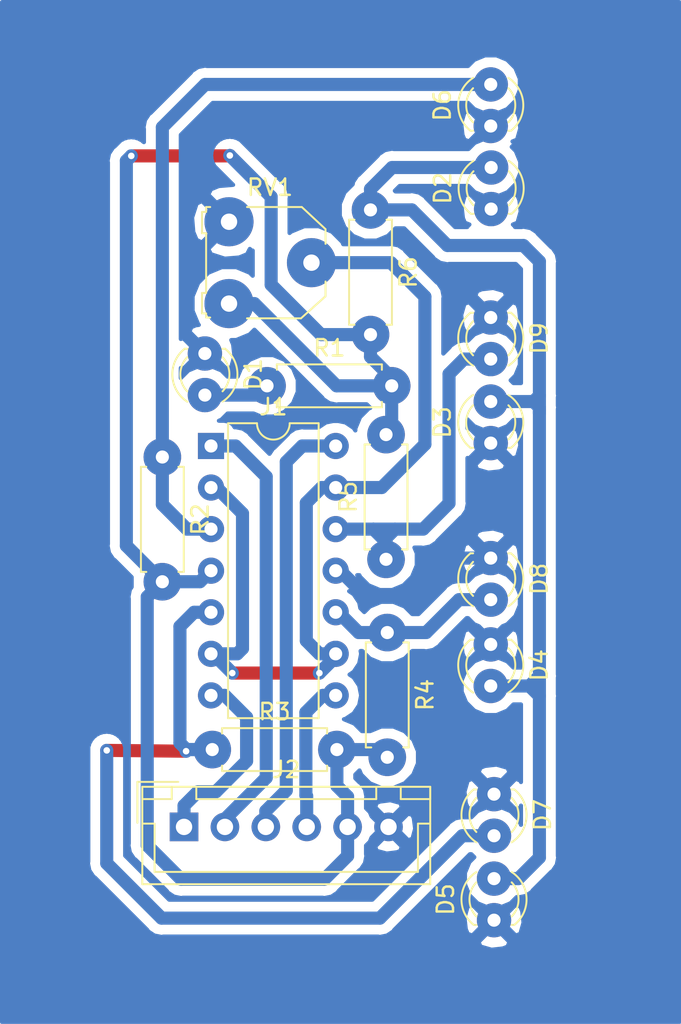
<source format=kicad_pcb>
(kicad_pcb (version 20171130) (host pcbnew "(5.0.2)-1")

  (general
    (thickness 1.6)
    (drawings 0)
    (tracks 144)
    (zones 0)
    (modules 18)
    (nets 14)
  )

  (page A4)
  (layers
    (0 F.Cu signal)
    (31 B.Cu signal)
    (32 B.Adhes user)
    (33 F.Adhes user)
    (34 B.Paste user)
    (35 F.Paste user)
    (36 B.SilkS user)
    (37 F.SilkS user)
    (38 B.Mask user)
    (39 F.Mask user)
    (40 Dwgs.User user)
    (41 Cmts.User user)
    (42 Eco1.User user)
    (43 Eco2.User user)
    (44 Edge.Cuts user)
    (45 Margin user)
    (46 B.CrtYd user)
    (47 F.CrtYd user)
    (48 B.Fab user)
    (49 F.Fab user)
  )

  (setup
    (last_trace_width 0.25)
    (user_trace_width 0.8)
    (trace_clearance 0.2)
    (zone_clearance 0.6)
    (zone_45_only yes)
    (trace_min 0.2)
    (segment_width 0.2)
    (edge_width 0.15)
    (via_size 0.8)
    (via_drill 0.4)
    (via_min_size 0.4)
    (via_min_drill 0.3)
    (uvia_size 0.3)
    (uvia_drill 0.1)
    (uvias_allowed no)
    (uvia_min_size 0.2)
    (uvia_min_drill 0.1)
    (pcb_text_width 0.3)
    (pcb_text_size 1.5 1.5)
    (mod_edge_width 0.15)
    (mod_text_size 0.000001 0.000001)
    (mod_text_width 0.15)
    (pad_size 1.4 1.4)
    (pad_drill 0.6)
    (pad_to_mask_clearance 0.051)
    (solder_mask_min_width 0.25)
    (aux_axis_origin 0 0)
    (grid_origin 41 52.025)
    (visible_elements 7FFFFFFF)
    (pcbplotparams
      (layerselection 0x010fc_ffffffff)
      (usegerberextensions false)
      (usegerberattributes false)
      (usegerberadvancedattributes false)
      (creategerberjobfile false)
      (excludeedgelayer true)
      (linewidth 0.100000)
      (plotframeref false)
      (viasonmask false)
      (mode 1)
      (useauxorigin false)
      (hpglpennumber 1)
      (hpglpenspeed 20)
      (hpglpendiameter 15.000000)
      (psnegative false)
      (psa4output false)
      (plotreference true)
      (plotvalue true)
      (plotinvisibletext false)
      (padsonsilk false)
      (subtractmaskfromsilk false)
      (outputformat 1)
      (mirror false)
      (drillshape 1)
      (scaleselection 1)
      (outputdirectory ""))
  )

  (net 0 "")
  (net 1 "Net-(D1-Pad2)")
  (net 2 GND)
  (net 3 "Net-(D2-Pad2)")
  (net 4 /LED1)
  (net 5 /LED2)
  (net 6 /LED3)
  (net 7 /LED4)
  (net 8 /VCC)
  (net 9 "Net-(J1-Pad13)")
  (net 10 /IR1)
  (net 11 /IR3)
  (net 12 /IR2)
  (net 13 /IR4)

  (net_class Default "This is the default net class."
    (clearance 0.2)
    (trace_width 0.25)
    (via_dia 0.8)
    (via_drill 0.4)
    (uvia_dia 0.3)
    (uvia_drill 0.1)
    (add_net /IR1)
    (add_net /IR2)
    (add_net /IR3)
    (add_net /IR4)
    (add_net /LED1)
    (add_net /LED2)
    (add_net /LED3)
    (add_net /LED4)
    (add_net /VCC)
    (add_net GND)
    (add_net "Net-(D1-Pad2)")
    (add_net "Net-(D2-Pad2)")
    (add_net "Net-(J1-Pad13)")
  )

  (module Connectors_JST:JST_XH_B06B-XH-A_06x2.50mm_Straight (layer F.Cu) (tedit 58EAE7F0) (tstamp 5D24B826)
    (at 88.275 80.7)
    (descr "JST XH series connector, B06B-XH-A, top entry type, through hole")
    (tags "connector jst xh tht top vertical 2.50mm")
    (path /5D1C1ACF)
    (fp_text reference J2 (at 6.25 -3.5) (layer F.SilkS)
      (effects (font (size 1 1) (thickness 0.15)))
    )
    (fp_text value Conn_01x06 (at 6.25 4.5) (layer F.Fab)
      (effects (font (size 1 1) (thickness 0.15)))
    )
    (fp_line (start -2.45 -2.35) (end -2.45 3.4) (layer F.Fab) (width 0.1))
    (fp_line (start -2.45 3.4) (end 14.95 3.4) (layer F.Fab) (width 0.1))
    (fp_line (start 14.95 3.4) (end 14.95 -2.35) (layer F.Fab) (width 0.1))
    (fp_line (start 14.95 -2.35) (end -2.45 -2.35) (layer F.Fab) (width 0.1))
    (fp_line (start -2.95 -2.85) (end -2.95 3.9) (layer F.CrtYd) (width 0.05))
    (fp_line (start -2.95 3.9) (end 15.45 3.9) (layer F.CrtYd) (width 0.05))
    (fp_line (start 15.45 3.9) (end 15.45 -2.85) (layer F.CrtYd) (width 0.05))
    (fp_line (start 15.45 -2.85) (end -2.95 -2.85) (layer F.CrtYd) (width 0.05))
    (fp_line (start -2.55 -2.45) (end -2.55 3.5) (layer F.SilkS) (width 0.12))
    (fp_line (start -2.55 3.5) (end 15.05 3.5) (layer F.SilkS) (width 0.12))
    (fp_line (start 15.05 3.5) (end 15.05 -2.45) (layer F.SilkS) (width 0.12))
    (fp_line (start 15.05 -2.45) (end -2.55 -2.45) (layer F.SilkS) (width 0.12))
    (fp_line (start 0.75 -2.45) (end 0.75 -1.7) (layer F.SilkS) (width 0.12))
    (fp_line (start 0.75 -1.7) (end 11.75 -1.7) (layer F.SilkS) (width 0.12))
    (fp_line (start 11.75 -1.7) (end 11.75 -2.45) (layer F.SilkS) (width 0.12))
    (fp_line (start 11.75 -2.45) (end 0.75 -2.45) (layer F.SilkS) (width 0.12))
    (fp_line (start -2.55 -2.45) (end -2.55 -1.7) (layer F.SilkS) (width 0.12))
    (fp_line (start -2.55 -1.7) (end -0.75 -1.7) (layer F.SilkS) (width 0.12))
    (fp_line (start -0.75 -1.7) (end -0.75 -2.45) (layer F.SilkS) (width 0.12))
    (fp_line (start -0.75 -2.45) (end -2.55 -2.45) (layer F.SilkS) (width 0.12))
    (fp_line (start 13.25 -2.45) (end 13.25 -1.7) (layer F.SilkS) (width 0.12))
    (fp_line (start 13.25 -1.7) (end 15.05 -1.7) (layer F.SilkS) (width 0.12))
    (fp_line (start 15.05 -1.7) (end 15.05 -2.45) (layer F.SilkS) (width 0.12))
    (fp_line (start 15.05 -2.45) (end 13.25 -2.45) (layer F.SilkS) (width 0.12))
    (fp_line (start -2.55 -0.2) (end -1.8 -0.2) (layer F.SilkS) (width 0.12))
    (fp_line (start -1.8 -0.2) (end -1.8 2.75) (layer F.SilkS) (width 0.12))
    (fp_line (start -1.8 2.75) (end 6.25 2.75) (layer F.SilkS) (width 0.12))
    (fp_line (start 15.05 -0.2) (end 14.3 -0.2) (layer F.SilkS) (width 0.12))
    (fp_line (start 14.3 -0.2) (end 14.3 2.75) (layer F.SilkS) (width 0.12))
    (fp_line (start 14.3 2.75) (end 6.25 2.75) (layer F.SilkS) (width 0.12))
    (fp_line (start -0.35 -2.75) (end -2.85 -2.75) (layer F.SilkS) (width 0.12))
    (fp_line (start -2.85 -2.75) (end -2.85 -0.25) (layer F.SilkS) (width 0.12))
    (fp_line (start -0.35 -2.75) (end -2.85 -2.75) (layer F.Fab) (width 0.1))
    (fp_line (start -2.85 -2.75) (end -2.85 -0.25) (layer F.Fab) (width 0.1))
    (fp_text user %R (at 6.25 2.5) (layer F.Fab)
      (effects (font (size 1 1) (thickness 0.15)))
    )
    (pad 1 thru_hole rect (at 0 0) (size 1.75 1.75) (drill 1) (layers *.Cu *.Mask)
      (net 12 /IR2))
    (pad 2 thru_hole circle (at 2.5 0) (size 1.75 1.75) (drill 1) (layers *.Cu *.Mask)
      (net 10 /IR1))
    (pad 3 thru_hole circle (at 5 0) (size 1.75 1.75) (drill 1) (layers *.Cu *.Mask)
      (net 13 /IR4))
    (pad 4 thru_hole circle (at 7.5 0) (size 1.75 1.75) (drill 1) (layers *.Cu *.Mask)
      (net 11 /IR3))
    (pad 5 thru_hole circle (at 10 0) (size 1.75 1.75) (drill 1) (layers *.Cu *.Mask)
      (net 8 /VCC))
    (pad 6 thru_hole circle (at 12.5 0) (size 1.75 1.75) (drill 1) (layers *.Cu *.Mask)
      (net 2 GND))
    (model Connectors_JST.3dshapes/JST_XH_B06B-XH-A_06x2.50mm_Straight.wrl
      (at (xyz 0 0 0))
      (scale (xyz 1 1 1))
      (rotate (xyz 0 0 0))
    )
  )

  (module Housings_DIP:DIP-14_W7.62mm (layer F.Cu) (tedit 58CC8E2C) (tstamp 5D24B7F9)
    (at 89.925 57.425)
    (descr "14-lead dip package, row spacing 7.62 mm (300 mils)")
    (tags "DIL DIP PDIP 2.54mm 7.62mm 300mil")
    (path /5D1BFB3D)
    (fp_text reference J1 (at 3.81 -2.39) (layer F.SilkS)
      (effects (font (size 1 1) (thickness 0.15)))
    )
    (fp_text value Conn_02x07_Counter_Clockwise (at 3.81 17.63) (layer F.Fab)
      (effects (font (size 1 1) (thickness 0.15)))
    )
    (fp_text user %R (at 3.81 7.62) (layer F.Fab)
      (effects (font (size 1 1) (thickness 0.15)))
    )
    (fp_line (start 1.635 -1.27) (end 6.985 -1.27) (layer F.Fab) (width 0.1))
    (fp_line (start 6.985 -1.27) (end 6.985 16.51) (layer F.Fab) (width 0.1))
    (fp_line (start 6.985 16.51) (end 0.635 16.51) (layer F.Fab) (width 0.1))
    (fp_line (start 0.635 16.51) (end 0.635 -0.27) (layer F.Fab) (width 0.1))
    (fp_line (start 0.635 -0.27) (end 1.635 -1.27) (layer F.Fab) (width 0.1))
    (fp_line (start 2.81 -1.39) (end 1.04 -1.39) (layer F.SilkS) (width 0.12))
    (fp_line (start 1.04 -1.39) (end 1.04 16.63) (layer F.SilkS) (width 0.12))
    (fp_line (start 1.04 16.63) (end 6.58 16.63) (layer F.SilkS) (width 0.12))
    (fp_line (start 6.58 16.63) (end 6.58 -1.39) (layer F.SilkS) (width 0.12))
    (fp_line (start 6.58 -1.39) (end 4.81 -1.39) (layer F.SilkS) (width 0.12))
    (fp_line (start -1.1 -1.6) (end -1.1 16.8) (layer F.CrtYd) (width 0.05))
    (fp_line (start -1.1 16.8) (end 8.7 16.8) (layer F.CrtYd) (width 0.05))
    (fp_line (start 8.7 16.8) (end 8.7 -1.6) (layer F.CrtYd) (width 0.05))
    (fp_line (start 8.7 -1.6) (end -1.1 -1.6) (layer F.CrtYd) (width 0.05))
    (fp_arc (start 3.81 -1.39) (end 2.81 -1.39) (angle -180) (layer F.SilkS) (width 0.12))
    (pad 1 thru_hole rect (at 0 0) (size 1.6 1.6) (drill 0.8) (layers *.Cu *.Mask)
      (net 10 /IR1))
    (pad 8 thru_hole oval (at 7.62 15.24) (size 1.6 1.6) (drill 0.8) (layers *.Cu *.Mask)
      (net 11 /IR3))
    (pad 2 thru_hole oval (at 0 2.54) (size 1.6 1.6) (drill 0.8) (layers *.Cu *.Mask)
      (net 9 "Net-(J1-Pad13)"))
    (pad 9 thru_hole oval (at 7.62 12.7) (size 1.6 1.6) (drill 0.8) (layers *.Cu *.Mask)
      (net 9 "Net-(J1-Pad13)"))
    (pad 3 thru_hole oval (at 0 5.08) (size 1.6 1.6) (drill 0.8) (layers *.Cu *.Mask)
      (net 4 /LED1))
    (pad 10 thru_hole oval (at 7.62 10.16) (size 1.6 1.6) (drill 0.8) (layers *.Cu *.Mask)
      (net 6 /LED3))
    (pad 4 thru_hole oval (at 0 7.62) (size 1.6 1.6) (drill 0.8) (layers *.Cu *.Mask)
      (net 8 /VCC))
    (pad 11 thru_hole oval (at 7.62 7.62) (size 1.6 1.6) (drill 0.8) (layers *.Cu *.Mask)
      (net 2 GND))
    (pad 5 thru_hole oval (at 0 10.16) (size 1.6 1.6) (drill 0.8) (layers *.Cu *.Mask)
      (net 5 /LED2))
    (pad 12 thru_hole oval (at 7.62 5.08) (size 1.6 1.6) (drill 0.8) (layers *.Cu *.Mask)
      (net 7 /LED4))
    (pad 6 thru_hole oval (at 0 12.7) (size 1.6 1.6) (drill 0.8) (layers *.Cu *.Mask)
      (net 9 "Net-(J1-Pad13)"))
    (pad 13 thru_hole oval (at 7.62 2.54) (size 1.6 1.6) (drill 0.8) (layers *.Cu *.Mask)
      (net 9 "Net-(J1-Pad13)"))
    (pad 7 thru_hole oval (at 0 15.24) (size 1.6 1.6) (drill 0.8) (layers *.Cu *.Mask)
      (net 12 /IR2))
    (pad 14 thru_hole oval (at 7.62 0) (size 1.6 1.6) (drill 0.8) (layers *.Cu *.Mask)
      (net 13 /IR4))
    (model ${KISYS3DMOD}/Housings_DIP.3dshapes/DIP-14_W7.62mm.wrl
      (at (xyz 0 0 0))
      (scale (xyz 1 1 1))
      (rotate (xyz 0 0 0))
    )
  )

  (module modFiles:LED_D3.0mm (layer F.Cu) (tedit 5D1BFDD1) (tstamp 5D1BFDE5)
    (at 89.55 51.775 270)
    (descr "LED, diameter 3.0mm, 2 pins")
    (tags "LED diameter 3.0mm 2 pins")
    (path /5D2399C0)
    (fp_text reference D1 (at 1.27 -2.96 270) (layer F.SilkS)
      (effects (font (size 1 1) (thickness 0.15)))
    )
    (fp_text value LED_GREEN (at 1.125 2.85 270) (layer F.Fab)
      (effects (font (size 1 1) (thickness 0.15)))
    )
    (fp_line (start 3.7 -2.25) (end -1.15 -2.25) (layer F.CrtYd) (width 0.05))
    (fp_line (start 3.7 2.25) (end 3.7 -2.25) (layer F.CrtYd) (width 0.05))
    (fp_line (start -1.15 2.25) (end 3.7 2.25) (layer F.CrtYd) (width 0.05))
    (fp_line (start -1.15 -2.25) (end -1.15 2.25) (layer F.CrtYd) (width 0.05))
    (fp_line (start -0.29 1.08) (end -0.29 1.236) (layer F.SilkS) (width 0.12))
    (fp_line (start -0.29 -1.236) (end -0.29 -1.08) (layer F.SilkS) (width 0.12))
    (fp_line (start -0.23 -1.16619) (end -0.23 1.16619) (layer F.Fab) (width 0.1))
    (fp_circle (center 1.27 0) (end 2.77 0) (layer F.Fab) (width 0.1))
    (fp_arc (start 1.27 0) (end 0.229039 1.08) (angle -87.9) (layer F.SilkS) (width 0.12))
    (fp_arc (start 1.27 0) (end 0.229039 -1.08) (angle 87.9) (layer F.SilkS) (width 0.12))
    (fp_arc (start 1.27 0) (end -0.29 1.235516) (angle -108.8) (layer F.SilkS) (width 0.12))
    (fp_arc (start 1.27 0) (end -0.29 -1.235516) (angle 108.8) (layer F.SilkS) (width 0.12))
    (fp_arc (start 1.27 0) (end -0.23 -1.16619) (angle 284.3) (layer F.Fab) (width 0.1))
    (pad 2 thru_hole circle (at 2.54 0 270) (size 2.1 2.1) (drill 0.8) (layers *.Cu *.Mask)
      (net 1 "Net-(D1-Pad2)"))
    (pad 1 thru_hole circle (at 0 0 270) (size 2.1 2.1) (drill 0.8) (layers *.Cu *.Mask)
      (net 2 GND))
    (model _3D/Used/led_3mm_red.wrl
      (offset (xyz 1.269999980926514 0 0))
      (scale (xyz 1 1 1))
      (rotate (xyz 0 0 90))
    )
  )

  (module modFiles:LED_D3.0mm (layer F.Cu) (tedit 5ADE11EB) (tstamp 5D1BFDF8)
    (at 107.05 42.95 90)
    (descr "LED, diameter 3.0mm, 2 pins")
    (tags "LED diameter 3.0mm 2 pins")
    (path /5D1DA5BA)
    (fp_text reference D2 (at 1.27 -2.96 90) (layer F.SilkS)
      (effects (font (size 1 1) (thickness 0.15)))
    )
    (fp_text value LED (at 1.27 2.96 90) (layer F.Fab)
      (effects (font (size 1 1) (thickness 0.15)))
    )
    (fp_arc (start 1.27 0) (end -0.23 -1.16619) (angle 284.3) (layer F.Fab) (width 0.1))
    (fp_arc (start 1.27 0) (end -0.29 -1.235516) (angle 108.8) (layer F.SilkS) (width 0.12))
    (fp_arc (start 1.27 0) (end -0.29 1.235516) (angle -108.8) (layer F.SilkS) (width 0.12))
    (fp_arc (start 1.27 0) (end 0.229039 -1.08) (angle 87.9) (layer F.SilkS) (width 0.12))
    (fp_arc (start 1.27 0) (end 0.229039 1.08) (angle -87.9) (layer F.SilkS) (width 0.12))
    (fp_circle (center 1.27 0) (end 2.77 0) (layer F.Fab) (width 0.1))
    (fp_line (start -0.23 -1.16619) (end -0.23 1.16619) (layer F.Fab) (width 0.1))
    (fp_line (start -0.29 -1.236) (end -0.29 -1.08) (layer F.SilkS) (width 0.12))
    (fp_line (start -0.29 1.08) (end -0.29 1.236) (layer F.SilkS) (width 0.12))
    (fp_line (start -1.15 -2.25) (end -1.15 2.25) (layer F.CrtYd) (width 0.05))
    (fp_line (start -1.15 2.25) (end 3.7 2.25) (layer F.CrtYd) (width 0.05))
    (fp_line (start 3.7 2.25) (end 3.7 -2.25) (layer F.CrtYd) (width 0.05))
    (fp_line (start 3.7 -2.25) (end -1.15 -2.25) (layer F.CrtYd) (width 0.05))
    (pad 1 thru_hole circle (at 0 0 90) (size 2.1 2.1) (drill 0.8) (layers *.Cu *.Mask)
      (net 2 GND))
    (pad 2 thru_hole circle (at 2.54 0 90) (size 2.1 2.1) (drill 0.8) (layers *.Cu *.Mask)
      (net 3 "Net-(D2-Pad2)"))
    (model _3D/Used/led_3mm_red.wrl
      (offset (xyz 1.269999980926514 0 0))
      (scale (xyz 1 1 1))
      (rotate (xyz 0 0 90))
    )
  )

  (module modFiles:LED_D3.0mm (layer F.Cu) (tedit 5ADE11EB) (tstamp 5D1BFE0B)
    (at 107.025 57.25 90)
    (descr "LED, diameter 3.0mm, 2 pins")
    (tags "LED diameter 3.0mm 2 pins")
    (path /5D1DB018)
    (fp_text reference D3 (at 1.27 -2.96 90) (layer F.SilkS)
      (effects (font (size 1 1) (thickness 0.15)))
    )
    (fp_text value LED (at 1.27 2.96 90) (layer F.Fab)
      (effects (font (size 1 1) (thickness 0.15)))
    )
    (fp_line (start 3.7 -2.25) (end -1.15 -2.25) (layer F.CrtYd) (width 0.05))
    (fp_line (start 3.7 2.25) (end 3.7 -2.25) (layer F.CrtYd) (width 0.05))
    (fp_line (start -1.15 2.25) (end 3.7 2.25) (layer F.CrtYd) (width 0.05))
    (fp_line (start -1.15 -2.25) (end -1.15 2.25) (layer F.CrtYd) (width 0.05))
    (fp_line (start -0.29 1.08) (end -0.29 1.236) (layer F.SilkS) (width 0.12))
    (fp_line (start -0.29 -1.236) (end -0.29 -1.08) (layer F.SilkS) (width 0.12))
    (fp_line (start -0.23 -1.16619) (end -0.23 1.16619) (layer F.Fab) (width 0.1))
    (fp_circle (center 1.27 0) (end 2.77 0) (layer F.Fab) (width 0.1))
    (fp_arc (start 1.27 0) (end 0.229039 1.08) (angle -87.9) (layer F.SilkS) (width 0.12))
    (fp_arc (start 1.27 0) (end 0.229039 -1.08) (angle 87.9) (layer F.SilkS) (width 0.12))
    (fp_arc (start 1.27 0) (end -0.29 1.235516) (angle -108.8) (layer F.SilkS) (width 0.12))
    (fp_arc (start 1.27 0) (end -0.29 -1.235516) (angle 108.8) (layer F.SilkS) (width 0.12))
    (fp_arc (start 1.27 0) (end -0.23 -1.16619) (angle 284.3) (layer F.Fab) (width 0.1))
    (pad 2 thru_hole circle (at 2.54 0 90) (size 2.1 2.1) (drill 0.8) (layers *.Cu *.Mask)
      (net 3 "Net-(D2-Pad2)"))
    (pad 1 thru_hole circle (at 0 0 90) (size 2.1 2.1) (drill 0.8) (layers *.Cu *.Mask)
      (net 2 GND))
    (model _3D/Used/led_3mm_red.wrl
      (offset (xyz 1.269999980926514 0 0))
      (scale (xyz 1 1 1))
      (rotate (xyz 0 0 90))
    )
  )

  (module modFiles:LED_D3.0mm (layer F.Cu) (tedit 5ADE11EB) (tstamp 5D1BFE1E)
    (at 107.025 69.55 270)
    (descr "LED, diameter 3.0mm, 2 pins")
    (tags "LED diameter 3.0mm 2 pins")
    (path /5D1E02C2)
    (fp_text reference D4 (at 1.27 -2.96 270) (layer F.SilkS)
      (effects (font (size 1 1) (thickness 0.15)))
    )
    (fp_text value LED (at 1.27 2.96 270) (layer F.Fab)
      (effects (font (size 1 1) (thickness 0.15)))
    )
    (fp_arc (start 1.27 0) (end -0.23 -1.16619) (angle 284.3) (layer F.Fab) (width 0.1))
    (fp_arc (start 1.27 0) (end -0.29 -1.235516) (angle 108.8) (layer F.SilkS) (width 0.12))
    (fp_arc (start 1.27 0) (end -0.29 1.235516) (angle -108.8) (layer F.SilkS) (width 0.12))
    (fp_arc (start 1.27 0) (end 0.229039 -1.08) (angle 87.9) (layer F.SilkS) (width 0.12))
    (fp_arc (start 1.27 0) (end 0.229039 1.08) (angle -87.9) (layer F.SilkS) (width 0.12))
    (fp_circle (center 1.27 0) (end 2.77 0) (layer F.Fab) (width 0.1))
    (fp_line (start -0.23 -1.16619) (end -0.23 1.16619) (layer F.Fab) (width 0.1))
    (fp_line (start -0.29 -1.236) (end -0.29 -1.08) (layer F.SilkS) (width 0.12))
    (fp_line (start -0.29 1.08) (end -0.29 1.236) (layer F.SilkS) (width 0.12))
    (fp_line (start -1.15 -2.25) (end -1.15 2.25) (layer F.CrtYd) (width 0.05))
    (fp_line (start -1.15 2.25) (end 3.7 2.25) (layer F.CrtYd) (width 0.05))
    (fp_line (start 3.7 2.25) (end 3.7 -2.25) (layer F.CrtYd) (width 0.05))
    (fp_line (start 3.7 -2.25) (end -1.15 -2.25) (layer F.CrtYd) (width 0.05))
    (pad 1 thru_hole circle (at 0 0 270) (size 2.1 2.1) (drill 0.8) (layers *.Cu *.Mask)
      (net 2 GND))
    (pad 2 thru_hole circle (at 2.54 0 270) (size 2.1 2.1) (drill 0.8) (layers *.Cu *.Mask)
      (net 3 "Net-(D2-Pad2)"))
    (model _3D/Used/led_3mm_red.wrl
      (offset (xyz 1.269999980926514 0 0))
      (scale (xyz 1 1 1))
      (rotate (xyz 0 0 90))
    )
  )

  (module modFiles:LED_D3.0mm (layer F.Cu) (tedit 5ADE11EB) (tstamp 5D1BFE31)
    (at 107.225 86.4 90)
    (descr "LED, diameter 3.0mm, 2 pins")
    (tags "LED diameter 3.0mm 2 pins")
    (path /5D1E02CC)
    (fp_text reference D5 (at 1.27 -2.96 90) (layer F.SilkS)
      (effects (font (size 1 1) (thickness 0.15)))
    )
    (fp_text value LED (at 1.27 2.96 90) (layer F.Fab)
      (effects (font (size 1 1) (thickness 0.15)))
    )
    (fp_line (start 3.7 -2.25) (end -1.15 -2.25) (layer F.CrtYd) (width 0.05))
    (fp_line (start 3.7 2.25) (end 3.7 -2.25) (layer F.CrtYd) (width 0.05))
    (fp_line (start -1.15 2.25) (end 3.7 2.25) (layer F.CrtYd) (width 0.05))
    (fp_line (start -1.15 -2.25) (end -1.15 2.25) (layer F.CrtYd) (width 0.05))
    (fp_line (start -0.29 1.08) (end -0.29 1.236) (layer F.SilkS) (width 0.12))
    (fp_line (start -0.29 -1.236) (end -0.29 -1.08) (layer F.SilkS) (width 0.12))
    (fp_line (start -0.23 -1.16619) (end -0.23 1.16619) (layer F.Fab) (width 0.1))
    (fp_circle (center 1.27 0) (end 2.77 0) (layer F.Fab) (width 0.1))
    (fp_arc (start 1.27 0) (end 0.229039 1.08) (angle -87.9) (layer F.SilkS) (width 0.12))
    (fp_arc (start 1.27 0) (end 0.229039 -1.08) (angle 87.9) (layer F.SilkS) (width 0.12))
    (fp_arc (start 1.27 0) (end -0.29 1.235516) (angle -108.8) (layer F.SilkS) (width 0.12))
    (fp_arc (start 1.27 0) (end -0.29 -1.235516) (angle 108.8) (layer F.SilkS) (width 0.12))
    (fp_arc (start 1.27 0) (end -0.23 -1.16619) (angle 284.3) (layer F.Fab) (width 0.1))
    (pad 2 thru_hole circle (at 2.54 0 90) (size 2.1 2.1) (drill 0.8) (layers *.Cu *.Mask)
      (net 3 "Net-(D2-Pad2)"))
    (pad 1 thru_hole circle (at 0 0 90) (size 2.1 2.1) (drill 0.8) (layers *.Cu *.Mask)
      (net 2 GND))
    (model _3D/Used/led_3mm_red.wrl
      (offset (xyz 1.269999980926514 0 0))
      (scale (xyz 1 1 1))
      (rotate (xyz 0 0 90))
    )
  )

  (module modFiles:LED_D3.0mm (layer F.Cu) (tedit 5ADE11EB) (tstamp 5D1BFE44)
    (at 107.025 37.875 90)
    (descr "LED, diameter 3.0mm, 2 pins")
    (tags "LED diameter 3.0mm 2 pins")
    (path /5D1E4708)
    (fp_text reference D6 (at 1.27 -2.96 90) (layer F.SilkS)
      (effects (font (size 1 1) (thickness 0.15)))
    )
    (fp_text value LED (at 1.27 2.96 90) (layer F.Fab)
      (effects (font (size 1 1) (thickness 0.15)))
    )
    (fp_arc (start 1.27 0) (end -0.23 -1.16619) (angle 284.3) (layer F.Fab) (width 0.1))
    (fp_arc (start 1.27 0) (end -0.29 -1.235516) (angle 108.8) (layer F.SilkS) (width 0.12))
    (fp_arc (start 1.27 0) (end -0.29 1.235516) (angle -108.8) (layer F.SilkS) (width 0.12))
    (fp_arc (start 1.27 0) (end 0.229039 -1.08) (angle 87.9) (layer F.SilkS) (width 0.12))
    (fp_arc (start 1.27 0) (end 0.229039 1.08) (angle -87.9) (layer F.SilkS) (width 0.12))
    (fp_circle (center 1.27 0) (end 2.77 0) (layer F.Fab) (width 0.1))
    (fp_line (start -0.23 -1.16619) (end -0.23 1.16619) (layer F.Fab) (width 0.1))
    (fp_line (start -0.29 -1.236) (end -0.29 -1.08) (layer F.SilkS) (width 0.12))
    (fp_line (start -0.29 1.08) (end -0.29 1.236) (layer F.SilkS) (width 0.12))
    (fp_line (start -1.15 -2.25) (end -1.15 2.25) (layer F.CrtYd) (width 0.05))
    (fp_line (start -1.15 2.25) (end 3.7 2.25) (layer F.CrtYd) (width 0.05))
    (fp_line (start 3.7 2.25) (end 3.7 -2.25) (layer F.CrtYd) (width 0.05))
    (fp_line (start 3.7 -2.25) (end -1.15 -2.25) (layer F.CrtYd) (width 0.05))
    (pad 1 thru_hole circle (at 0 0 90) (size 2.1 2.1) (drill 0.8) (layers *.Cu *.Mask)
      (net 2 GND))
    (pad 2 thru_hole circle (at 2.54 0 90) (size 2.1 2.1) (drill 0.8) (layers *.Cu *.Mask)
      (net 4 /LED1))
    (model _3D/Used/led_3mm_red.wrl
      (offset (xyz 1.269999980926514 0 0))
      (scale (xyz 1 1 1))
      (rotate (xyz 0 0 90))
    )
  )

  (module modFiles:LED_D3.0mm (layer F.Cu) (tedit 5ADE11EB) (tstamp 5D1BFE57)
    (at 107.225 78.7 270)
    (descr "LED, diameter 3.0mm, 2 pins")
    (tags "LED diameter 3.0mm 2 pins")
    (path /5D1E4712)
    (fp_text reference D7 (at 1.27 -2.96 270) (layer F.SilkS)
      (effects (font (size 1 1) (thickness 0.15)))
    )
    (fp_text value LED (at 1.27 2.96 270) (layer F.Fab)
      (effects (font (size 1 1) (thickness 0.15)))
    )
    (fp_line (start 3.7 -2.25) (end -1.15 -2.25) (layer F.CrtYd) (width 0.05))
    (fp_line (start 3.7 2.25) (end 3.7 -2.25) (layer F.CrtYd) (width 0.05))
    (fp_line (start -1.15 2.25) (end 3.7 2.25) (layer F.CrtYd) (width 0.05))
    (fp_line (start -1.15 -2.25) (end -1.15 2.25) (layer F.CrtYd) (width 0.05))
    (fp_line (start -0.29 1.08) (end -0.29 1.236) (layer F.SilkS) (width 0.12))
    (fp_line (start -0.29 -1.236) (end -0.29 -1.08) (layer F.SilkS) (width 0.12))
    (fp_line (start -0.23 -1.16619) (end -0.23 1.16619) (layer F.Fab) (width 0.1))
    (fp_circle (center 1.27 0) (end 2.77 0) (layer F.Fab) (width 0.1))
    (fp_arc (start 1.27 0) (end 0.229039 1.08) (angle -87.9) (layer F.SilkS) (width 0.12))
    (fp_arc (start 1.27 0) (end 0.229039 -1.08) (angle 87.9) (layer F.SilkS) (width 0.12))
    (fp_arc (start 1.27 0) (end -0.29 1.235516) (angle -108.8) (layer F.SilkS) (width 0.12))
    (fp_arc (start 1.27 0) (end -0.29 -1.235516) (angle 108.8) (layer F.SilkS) (width 0.12))
    (fp_arc (start 1.27 0) (end -0.23 -1.16619) (angle 284.3) (layer F.Fab) (width 0.1))
    (pad 2 thru_hole circle (at 2.54 0 270) (size 2.1 2.1) (drill 0.8) (layers *.Cu *.Mask)
      (net 5 /LED2))
    (pad 1 thru_hole circle (at 0 0 270) (size 2.1 2.1) (drill 0.8) (layers *.Cu *.Mask)
      (net 2 GND))
    (model _3D/Used/led_3mm_red.wrl
      (offset (xyz 1.269999980926514 0 0))
      (scale (xyz 1 1 1))
      (rotate (xyz 0 0 90))
    )
  )

  (module modFiles:LED_D3.0mm (layer F.Cu) (tedit 5ADE11EB) (tstamp 5D1BFE6A)
    (at 107.025 64.275 270)
    (descr "LED, diameter 3.0mm, 2 pins")
    (tags "LED diameter 3.0mm 2 pins")
    (path /5D1E471C)
    (fp_text reference D8 (at 1.27 -2.96 270) (layer F.SilkS)
      (effects (font (size 1 1) (thickness 0.15)))
    )
    (fp_text value LED (at 1.27 2.96 270) (layer F.Fab)
      (effects (font (size 1 1) (thickness 0.15)))
    )
    (fp_arc (start 1.27 0) (end -0.23 -1.16619) (angle 284.3) (layer F.Fab) (width 0.1))
    (fp_arc (start 1.27 0) (end -0.29 -1.235516) (angle 108.8) (layer F.SilkS) (width 0.12))
    (fp_arc (start 1.27 0) (end -0.29 1.235516) (angle -108.8) (layer F.SilkS) (width 0.12))
    (fp_arc (start 1.27 0) (end 0.229039 -1.08) (angle 87.9) (layer F.SilkS) (width 0.12))
    (fp_arc (start 1.27 0) (end 0.229039 1.08) (angle -87.9) (layer F.SilkS) (width 0.12))
    (fp_circle (center 1.27 0) (end 2.77 0) (layer F.Fab) (width 0.1))
    (fp_line (start -0.23 -1.16619) (end -0.23 1.16619) (layer F.Fab) (width 0.1))
    (fp_line (start -0.29 -1.236) (end -0.29 -1.08) (layer F.SilkS) (width 0.12))
    (fp_line (start -0.29 1.08) (end -0.29 1.236) (layer F.SilkS) (width 0.12))
    (fp_line (start -1.15 -2.25) (end -1.15 2.25) (layer F.CrtYd) (width 0.05))
    (fp_line (start -1.15 2.25) (end 3.7 2.25) (layer F.CrtYd) (width 0.05))
    (fp_line (start 3.7 2.25) (end 3.7 -2.25) (layer F.CrtYd) (width 0.05))
    (fp_line (start 3.7 -2.25) (end -1.15 -2.25) (layer F.CrtYd) (width 0.05))
    (pad 1 thru_hole circle (at 0 0 270) (size 2.1 2.1) (drill 0.8) (layers *.Cu *.Mask)
      (net 2 GND))
    (pad 2 thru_hole circle (at 2.54 0 270) (size 2.1 2.1) (drill 0.8) (layers *.Cu *.Mask)
      (net 6 /LED3))
    (model _3D/Used/led_3mm_red.wrl
      (offset (xyz 1.269999980926514 0 0))
      (scale (xyz 1 1 1))
      (rotate (xyz 0 0 90))
    )
  )

  (module modFiles:LED_D3.0mm (layer F.Cu) (tedit 5ADE11EB) (tstamp 5D1BFE7D)
    (at 107.025 49.575 270)
    (descr "LED, diameter 3.0mm, 2 pins")
    (tags "LED diameter 3.0mm 2 pins")
    (path /5D1E4726)
    (fp_text reference D9 (at 1.27 -2.96 270) (layer F.SilkS)
      (effects (font (size 1 1) (thickness 0.15)))
    )
    (fp_text value LED (at 1.27 2.96 270) (layer F.Fab)
      (effects (font (size 1 1) (thickness 0.15)))
    )
    (fp_arc (start 1.27 0) (end -0.23 -1.16619) (angle 284.3) (layer F.Fab) (width 0.1))
    (fp_arc (start 1.27 0) (end -0.29 -1.235516) (angle 108.8) (layer F.SilkS) (width 0.12))
    (fp_arc (start 1.27 0) (end -0.29 1.235516) (angle -108.8) (layer F.SilkS) (width 0.12))
    (fp_arc (start 1.27 0) (end 0.229039 -1.08) (angle 87.9) (layer F.SilkS) (width 0.12))
    (fp_arc (start 1.27 0) (end 0.229039 1.08) (angle -87.9) (layer F.SilkS) (width 0.12))
    (fp_circle (center 1.27 0) (end 2.77 0) (layer F.Fab) (width 0.1))
    (fp_line (start -0.23 -1.16619) (end -0.23 1.16619) (layer F.Fab) (width 0.1))
    (fp_line (start -0.29 -1.236) (end -0.29 -1.08) (layer F.SilkS) (width 0.12))
    (fp_line (start -0.29 1.08) (end -0.29 1.236) (layer F.SilkS) (width 0.12))
    (fp_line (start -1.15 -2.25) (end -1.15 2.25) (layer F.CrtYd) (width 0.05))
    (fp_line (start -1.15 2.25) (end 3.7 2.25) (layer F.CrtYd) (width 0.05))
    (fp_line (start 3.7 2.25) (end 3.7 -2.25) (layer F.CrtYd) (width 0.05))
    (fp_line (start 3.7 -2.25) (end -1.15 -2.25) (layer F.CrtYd) (width 0.05))
    (pad 1 thru_hole circle (at 0 0 270) (size 2.1 2.1) (drill 0.8) (layers *.Cu *.Mask)
      (net 2 GND))
    (pad 2 thru_hole circle (at 2.54 0 270) (size 2.1 2.1) (drill 0.8) (layers *.Cu *.Mask)
      (net 7 /LED4))
    (model _3D/Used/led_3mm_red.wrl
      (offset (xyz 1.269999980926514 0 0))
      (scale (xyz 1 1 1))
      (rotate (xyz 0 0 90))
    )
  )

  (module modFiles:Resistor_small (layer F.Cu) (tedit 5ADE0F5A) (tstamp 5D1BFE93)
    (at 93.35 53.75)
    (descr "Resistor, Axial_DIN0207 series, Axial, Horizontal, pin pitch=7.62mm, 0.25W = 1/4W, length*diameter=6.3*2.5mm^2, http://cdn-reichelt.de/documents/datenblatt/B400/1_4W%23YAG.pdf")
    (tags "Resistor Axial_DIN0207 series Axial Horizontal pin pitch 7.62mm 0.25W = 1/4W length 6.3mm diameter 2.5mm")
    (path /5D2386BD)
    (fp_text reference R1 (at 3.81 -2.31) (layer F.SilkS)
      (effects (font (size 1 1) (thickness 0.15)))
    )
    (fp_text value 330 (at 3.81 2.31) (layer F.Fab)
      (effects (font (size 1 1) (thickness 0.15)))
    )
    (fp_line (start 0.66 -1.25) (end 0.66 1.25) (layer F.Fab) (width 0.1))
    (fp_line (start 0.66 1.25) (end 6.96 1.25) (layer F.Fab) (width 0.1))
    (fp_line (start 6.96 1.25) (end 6.96 -1.25) (layer F.Fab) (width 0.1))
    (fp_line (start 6.96 -1.25) (end 0.66 -1.25) (layer F.Fab) (width 0.1))
    (fp_line (start 0 0) (end 0.66 0) (layer F.Fab) (width 0.1))
    (fp_line (start 7.62 0) (end 6.96 0) (layer F.Fab) (width 0.1))
    (fp_line (start 0.6 -0.98) (end 0.6 -1.31) (layer F.SilkS) (width 0.12))
    (fp_line (start 0.6 -1.31) (end 7.02 -1.31) (layer F.SilkS) (width 0.12))
    (fp_line (start 7.02 -1.31) (end 7.02 -0.98) (layer F.SilkS) (width 0.12))
    (fp_line (start 0.6 0.98) (end 0.6 1.31) (layer F.SilkS) (width 0.12))
    (fp_line (start 0.6 1.31) (end 7.02 1.31) (layer F.SilkS) (width 0.12))
    (fp_line (start 7.02 1.31) (end 7.02 0.98) (layer F.SilkS) (width 0.12))
    (fp_line (start -1.05 -1.6) (end -1.05 1.6) (layer F.CrtYd) (width 0.05))
    (fp_line (start -1.05 1.6) (end 8.7 1.6) (layer F.CrtYd) (width 0.05))
    (fp_line (start 8.7 1.6) (end 8.7 -1.6) (layer F.CrtYd) (width 0.05))
    (fp_line (start 8.7 -1.6) (end -1.05 -1.6) (layer F.CrtYd) (width 0.05))
    (pad 1 thru_hole circle (at 0 0) (size 2.3 2.3) (drill 0.8) (layers *.Cu *.Mask)
      (net 1 "Net-(D1-Pad2)"))
    (pad 2 thru_hole circle (at 7.62 0) (size 2.3 2.3) (drill 0.8) (layers *.Cu *.Mask)
      (net 8 /VCC))
    (model _3D/Used/R_Axial_DIN0207_L6.3mm_D2.5mm_P7.62mm_Horizontal.wrl
      (at (xyz 0 0 0))
      (scale (xyz 0.393701 0.393701 0.393701))
      (rotate (xyz 0 0 0))
    )
  )

  (module modFiles:Resistor_small (layer F.Cu) (tedit 5ADE0F5A) (tstamp 5D1BFEA9)
    (at 86.95 58.1 270)
    (descr "Resistor, Axial_DIN0207 series, Axial, Horizontal, pin pitch=7.62mm, 0.25W = 1/4W, length*diameter=6.3*2.5mm^2, http://cdn-reichelt.de/documents/datenblatt/B400/1_4W%23YAG.pdf")
    (tags "Resistor Axial_DIN0207 series Axial Horizontal pin pitch 7.62mm 0.25W = 1/4W length 6.3mm diameter 2.5mm")
    (path /5D1FC785)
    (fp_text reference R2 (at 3.81 -2.31 270) (layer F.SilkS)
      (effects (font (size 1 1) (thickness 0.15)))
    )
    (fp_text value R (at 3.81 2.31 270) (layer F.Fab)
      (effects (font (size 1 1) (thickness 0.15)))
    )
    (fp_line (start 0.66 -1.25) (end 0.66 1.25) (layer F.Fab) (width 0.1))
    (fp_line (start 0.66 1.25) (end 6.96 1.25) (layer F.Fab) (width 0.1))
    (fp_line (start 6.96 1.25) (end 6.96 -1.25) (layer F.Fab) (width 0.1))
    (fp_line (start 6.96 -1.25) (end 0.66 -1.25) (layer F.Fab) (width 0.1))
    (fp_line (start 0 0) (end 0.66 0) (layer F.Fab) (width 0.1))
    (fp_line (start 7.62 0) (end 6.96 0) (layer F.Fab) (width 0.1))
    (fp_line (start 0.6 -0.98) (end 0.6 -1.31) (layer F.SilkS) (width 0.12))
    (fp_line (start 0.6 -1.31) (end 7.02 -1.31) (layer F.SilkS) (width 0.12))
    (fp_line (start 7.02 -1.31) (end 7.02 -0.98) (layer F.SilkS) (width 0.12))
    (fp_line (start 0.6 0.98) (end 0.6 1.31) (layer F.SilkS) (width 0.12))
    (fp_line (start 0.6 1.31) (end 7.02 1.31) (layer F.SilkS) (width 0.12))
    (fp_line (start 7.02 1.31) (end 7.02 0.98) (layer F.SilkS) (width 0.12))
    (fp_line (start -1.05 -1.6) (end -1.05 1.6) (layer F.CrtYd) (width 0.05))
    (fp_line (start -1.05 1.6) (end 8.7 1.6) (layer F.CrtYd) (width 0.05))
    (fp_line (start 8.7 1.6) (end 8.7 -1.6) (layer F.CrtYd) (width 0.05))
    (fp_line (start 8.7 -1.6) (end -1.05 -1.6) (layer F.CrtYd) (width 0.05))
    (pad 1 thru_hole circle (at 0 0 270) (size 2.3 2.3) (drill 0.8) (layers *.Cu *.Mask)
      (net 4 /LED1))
    (pad 2 thru_hole circle (at 7.62 0 270) (size 2.3 2.3) (drill 0.8) (layers *.Cu *.Mask)
      (net 8 /VCC))
    (model _3D/Used/R_Axial_DIN0207_L6.3mm_D2.5mm_P7.62mm_Horizontal.wrl
      (at (xyz 0 0 0))
      (scale (xyz 0.393701 0.393701 0.393701))
      (rotate (xyz 0 0 0))
    )
  )

  (module modFiles:Resistor_small (layer F.Cu) (tedit 5ADE0F5A) (tstamp 5D1BFEBF)
    (at 90 75.975)
    (descr "Resistor, Axial_DIN0207 series, Axial, Horizontal, pin pitch=7.62mm, 0.25W = 1/4W, length*diameter=6.3*2.5mm^2, http://cdn-reichelt.de/documents/datenblatt/B400/1_4W%23YAG.pdf")
    (tags "Resistor Axial_DIN0207 series Axial Horizontal pin pitch 7.62mm 0.25W = 1/4W length 6.3mm diameter 2.5mm")
    (path /5D1FBE2A)
    (fp_text reference R3 (at 3.81 -2.31) (layer F.SilkS)
      (effects (font (size 1 1) (thickness 0.15)))
    )
    (fp_text value R (at 3.81 2.31) (layer F.Fab)
      (effects (font (size 1 1) (thickness 0.15)))
    )
    (fp_line (start 8.7 -1.6) (end -1.05 -1.6) (layer F.CrtYd) (width 0.05))
    (fp_line (start 8.7 1.6) (end 8.7 -1.6) (layer F.CrtYd) (width 0.05))
    (fp_line (start -1.05 1.6) (end 8.7 1.6) (layer F.CrtYd) (width 0.05))
    (fp_line (start -1.05 -1.6) (end -1.05 1.6) (layer F.CrtYd) (width 0.05))
    (fp_line (start 7.02 1.31) (end 7.02 0.98) (layer F.SilkS) (width 0.12))
    (fp_line (start 0.6 1.31) (end 7.02 1.31) (layer F.SilkS) (width 0.12))
    (fp_line (start 0.6 0.98) (end 0.6 1.31) (layer F.SilkS) (width 0.12))
    (fp_line (start 7.02 -1.31) (end 7.02 -0.98) (layer F.SilkS) (width 0.12))
    (fp_line (start 0.6 -1.31) (end 7.02 -1.31) (layer F.SilkS) (width 0.12))
    (fp_line (start 0.6 -0.98) (end 0.6 -1.31) (layer F.SilkS) (width 0.12))
    (fp_line (start 7.62 0) (end 6.96 0) (layer F.Fab) (width 0.1))
    (fp_line (start 0 0) (end 0.66 0) (layer F.Fab) (width 0.1))
    (fp_line (start 6.96 -1.25) (end 0.66 -1.25) (layer F.Fab) (width 0.1))
    (fp_line (start 6.96 1.25) (end 6.96 -1.25) (layer F.Fab) (width 0.1))
    (fp_line (start 0.66 1.25) (end 6.96 1.25) (layer F.Fab) (width 0.1))
    (fp_line (start 0.66 -1.25) (end 0.66 1.25) (layer F.Fab) (width 0.1))
    (pad 2 thru_hole circle (at 7.62 0) (size 2.3 2.3) (drill 0.8) (layers *.Cu *.Mask)
      (net 8 /VCC))
    (pad 1 thru_hole circle (at 0 0) (size 2.3 2.3) (drill 0.8) (layers *.Cu *.Mask)
      (net 5 /LED2))
    (model _3D/Used/R_Axial_DIN0207_L6.3mm_D2.5mm_P7.62mm_Horizontal.wrl
      (at (xyz 0 0 0))
      (scale (xyz 0.393701 0.393701 0.393701))
      (rotate (xyz 0 0 0))
    )
  )

  (module modFiles:Resistor_small (layer F.Cu) (tedit 5ADE0F5A) (tstamp 5D1BFED5)
    (at 100.7 68.825 270)
    (descr "Resistor, Axial_DIN0207 series, Axial, Horizontal, pin pitch=7.62mm, 0.25W = 1/4W, length*diameter=6.3*2.5mm^2, http://cdn-reichelt.de/documents/datenblatt/B400/1_4W%23YAG.pdf")
    (tags "Resistor Axial_DIN0207 series Axial Horizontal pin pitch 7.62mm 0.25W = 1/4W length 6.3mm diameter 2.5mm")
    (path /5D1FB98C)
    (fp_text reference R4 (at 3.81 -2.31 270) (layer F.SilkS)
      (effects (font (size 1 1) (thickness 0.15)))
    )
    (fp_text value R (at 3.81 2.31 270) (layer F.Fab)
      (effects (font (size 1 1) (thickness 0.15)))
    )
    (fp_line (start 0.66 -1.25) (end 0.66 1.25) (layer F.Fab) (width 0.1))
    (fp_line (start 0.66 1.25) (end 6.96 1.25) (layer F.Fab) (width 0.1))
    (fp_line (start 6.96 1.25) (end 6.96 -1.25) (layer F.Fab) (width 0.1))
    (fp_line (start 6.96 -1.25) (end 0.66 -1.25) (layer F.Fab) (width 0.1))
    (fp_line (start 0 0) (end 0.66 0) (layer F.Fab) (width 0.1))
    (fp_line (start 7.62 0) (end 6.96 0) (layer F.Fab) (width 0.1))
    (fp_line (start 0.6 -0.98) (end 0.6 -1.31) (layer F.SilkS) (width 0.12))
    (fp_line (start 0.6 -1.31) (end 7.02 -1.31) (layer F.SilkS) (width 0.12))
    (fp_line (start 7.02 -1.31) (end 7.02 -0.98) (layer F.SilkS) (width 0.12))
    (fp_line (start 0.6 0.98) (end 0.6 1.31) (layer F.SilkS) (width 0.12))
    (fp_line (start 0.6 1.31) (end 7.02 1.31) (layer F.SilkS) (width 0.12))
    (fp_line (start 7.02 1.31) (end 7.02 0.98) (layer F.SilkS) (width 0.12))
    (fp_line (start -1.05 -1.6) (end -1.05 1.6) (layer F.CrtYd) (width 0.05))
    (fp_line (start -1.05 1.6) (end 8.7 1.6) (layer F.CrtYd) (width 0.05))
    (fp_line (start 8.7 1.6) (end 8.7 -1.6) (layer F.CrtYd) (width 0.05))
    (fp_line (start 8.7 -1.6) (end -1.05 -1.6) (layer F.CrtYd) (width 0.05))
    (pad 1 thru_hole circle (at 0 0 270) (size 2.3 2.3) (drill 0.8) (layers *.Cu *.Mask)
      (net 6 /LED3))
    (pad 2 thru_hole circle (at 7.62 0 270) (size 2.3 2.3) (drill 0.8) (layers *.Cu *.Mask)
      (net 8 /VCC))
    (model _3D/Used/R_Axial_DIN0207_L6.3mm_D2.5mm_P7.62mm_Horizontal.wrl
      (at (xyz 0 0 0))
      (scale (xyz 0.393701 0.393701 0.393701))
      (rotate (xyz 0 0 0))
    )
  )

  (module modFiles:Resistor_small (layer F.Cu) (tedit 5ADE0F5A) (tstamp 5D1BFEEB)
    (at 100.625 64.35 90)
    (descr "Resistor, Axial_DIN0207 series, Axial, Horizontal, pin pitch=7.62mm, 0.25W = 1/4W, length*diameter=6.3*2.5mm^2, http://cdn-reichelt.de/documents/datenblatt/B400/1_4W%23YAG.pdf")
    (tags "Resistor Axial_DIN0207 series Axial Horizontal pin pitch 7.62mm 0.25W = 1/4W length 6.3mm diameter 2.5mm")
    (path /5D1FA9BE)
    (fp_text reference R5 (at 3.81 -2.31 90) (layer F.SilkS)
      (effects (font (size 1 1) (thickness 0.15)))
    )
    (fp_text value R (at 3.81 2.31 90) (layer F.Fab)
      (effects (font (size 1 1) (thickness 0.15)))
    )
    (fp_line (start 8.7 -1.6) (end -1.05 -1.6) (layer F.CrtYd) (width 0.05))
    (fp_line (start 8.7 1.6) (end 8.7 -1.6) (layer F.CrtYd) (width 0.05))
    (fp_line (start -1.05 1.6) (end 8.7 1.6) (layer F.CrtYd) (width 0.05))
    (fp_line (start -1.05 -1.6) (end -1.05 1.6) (layer F.CrtYd) (width 0.05))
    (fp_line (start 7.02 1.31) (end 7.02 0.98) (layer F.SilkS) (width 0.12))
    (fp_line (start 0.6 1.31) (end 7.02 1.31) (layer F.SilkS) (width 0.12))
    (fp_line (start 0.6 0.98) (end 0.6 1.31) (layer F.SilkS) (width 0.12))
    (fp_line (start 7.02 -1.31) (end 7.02 -0.98) (layer F.SilkS) (width 0.12))
    (fp_line (start 0.6 -1.31) (end 7.02 -1.31) (layer F.SilkS) (width 0.12))
    (fp_line (start 0.6 -0.98) (end 0.6 -1.31) (layer F.SilkS) (width 0.12))
    (fp_line (start 7.62 0) (end 6.96 0) (layer F.Fab) (width 0.1))
    (fp_line (start 0 0) (end 0.66 0) (layer F.Fab) (width 0.1))
    (fp_line (start 6.96 -1.25) (end 0.66 -1.25) (layer F.Fab) (width 0.1))
    (fp_line (start 6.96 1.25) (end 6.96 -1.25) (layer F.Fab) (width 0.1))
    (fp_line (start 0.66 1.25) (end 6.96 1.25) (layer F.Fab) (width 0.1))
    (fp_line (start 0.66 -1.25) (end 0.66 1.25) (layer F.Fab) (width 0.1))
    (pad 2 thru_hole circle (at 7.62 0 90) (size 2.3 2.3) (drill 0.8) (layers *.Cu *.Mask)
      (net 8 /VCC))
    (pad 1 thru_hole circle (at 0 0 90) (size 2.3 2.3) (drill 0.8) (layers *.Cu *.Mask)
      (net 7 /LED4))
    (model _3D/Used/R_Axial_DIN0207_L6.3mm_D2.5mm_P7.62mm_Horizontal.wrl
      (at (xyz 0 0 0))
      (scale (xyz 0.393701 0.393701 0.393701))
      (rotate (xyz 0 0 0))
    )
  )

  (module modFiles:Resistor_small (layer F.Cu) (tedit 5ADE0F5A) (tstamp 5D1BFF01)
    (at 99.675 43 270)
    (descr "Resistor, Axial_DIN0207 series, Axial, Horizontal, pin pitch=7.62mm, 0.25W = 1/4W, length*diameter=6.3*2.5mm^2, http://cdn-reichelt.de/documents/datenblatt/B400/1_4W%23YAG.pdf")
    (tags "Resistor Axial_DIN0207 series Axial Horizontal pin pitch 7.62mm 0.25W = 1/4W length 6.3mm diameter 2.5mm")
    (path /5D1FEDDA)
    (fp_text reference R6 (at 3.81 -2.31 270) (layer F.SilkS)
      (effects (font (size 1 1) (thickness 0.15)))
    )
    (fp_text value R_RX (at 3.81 2.31 270) (layer F.Fab)
      (effects (font (size 1 1) (thickness 0.15)))
    )
    (fp_line (start 8.7 -1.6) (end -1.05 -1.6) (layer F.CrtYd) (width 0.05))
    (fp_line (start 8.7 1.6) (end 8.7 -1.6) (layer F.CrtYd) (width 0.05))
    (fp_line (start -1.05 1.6) (end 8.7 1.6) (layer F.CrtYd) (width 0.05))
    (fp_line (start -1.05 -1.6) (end -1.05 1.6) (layer F.CrtYd) (width 0.05))
    (fp_line (start 7.02 1.31) (end 7.02 0.98) (layer F.SilkS) (width 0.12))
    (fp_line (start 0.6 1.31) (end 7.02 1.31) (layer F.SilkS) (width 0.12))
    (fp_line (start 0.6 0.98) (end 0.6 1.31) (layer F.SilkS) (width 0.12))
    (fp_line (start 7.02 -1.31) (end 7.02 -0.98) (layer F.SilkS) (width 0.12))
    (fp_line (start 0.6 -1.31) (end 7.02 -1.31) (layer F.SilkS) (width 0.12))
    (fp_line (start 0.6 -0.98) (end 0.6 -1.31) (layer F.SilkS) (width 0.12))
    (fp_line (start 7.62 0) (end 6.96 0) (layer F.Fab) (width 0.1))
    (fp_line (start 0 0) (end 0.66 0) (layer F.Fab) (width 0.1))
    (fp_line (start 6.96 -1.25) (end 0.66 -1.25) (layer F.Fab) (width 0.1))
    (fp_line (start 6.96 1.25) (end 6.96 -1.25) (layer F.Fab) (width 0.1))
    (fp_line (start 0.66 1.25) (end 6.96 1.25) (layer F.Fab) (width 0.1))
    (fp_line (start 0.66 -1.25) (end 0.66 1.25) (layer F.Fab) (width 0.1))
    (pad 2 thru_hole circle (at 7.62 0 270) (size 2.3 2.3) (drill 0.8) (layers *.Cu *.Mask)
      (net 8 /VCC))
    (pad 1 thru_hole circle (at 0 0 270) (size 2.3 2.3) (drill 0.8) (layers *.Cu *.Mask)
      (net 3 "Net-(D2-Pad2)"))
    (model _3D/Used/R_Axial_DIN0207_L6.3mm_D2.5mm_P7.62mm_Horizontal.wrl
      (at (xyz 0 0 0))
      (scale (xyz 0.393701 0.393701 0.393701))
      (rotate (xyz 0 0 0))
    )
  )

  (module modFiles:Potentiometer_Triwood (layer F.Cu) (tedit 5ADE1225) (tstamp 5D1BFF48)
    (at 91.025 43.725 270)
    (descr "Potentiometer, Trimmer, RM-065")
    (tags "Potentiometer Trimmer RM-065")
    (path /5D1D42B0)
    (fp_text reference RV1 (at -2.1 -2.5) (layer F.SilkS)
      (effects (font (size 1 1) (thickness 0.15)))
    )
    (fp_text value R_POT_TRIM_US (at 7.5 -2.5) (layer F.Fab)
      (effects (font (size 1 1) (thickness 0.15)))
    )
    (fp_line (start 5.85 1.15) (end 5.85 1.4) (layer F.SilkS) (width 0.12))
    (fp_line (start 5.85 1.4) (end 5.6 1.4) (layer F.SilkS) (width 0.12))
    (fp_line (start 5.6 1.4) (end 5.6 1.65) (layer F.SilkS) (width 0.12))
    (fp_line (start 5.6 1.65) (end 4.35 1.65) (layer F.SilkS) (width 0.12))
    (fp_line (start 4.35 1.65) (end 4.35 1.4) (layer F.SilkS) (width 0.12))
    (fp_line (start 4.35 1.4) (end 0.7 1.4) (layer F.SilkS) (width 0.12))
    (fp_line (start 0.7 1.4) (end 0.7 1.65) (layer F.SilkS) (width 0.12))
    (fp_line (start 0.7 1.65) (end -0.6 1.65) (layer F.SilkS) (width 0.12))
    (fp_line (start -0.6 1.65) (end -0.6 1.4) (layer F.SilkS) (width 0.12))
    (fp_line (start -0.6 1.4) (end -0.9 1.4) (layer F.SilkS) (width 0.12))
    (fp_line (start -0.9 1.4) (end -0.9 1.15) (layer F.SilkS) (width 0.12))
    (fp_line (start 3.65 -5.9) (end 4.55 -5.9) (layer F.SilkS) (width 0.12))
    (fp_line (start 4.55 -5.9) (end 5.9 -4.4) (layer F.SilkS) (width 0.12))
    (fp_line (start 5.9 -4.4) (end 5.9 -1.1) (layer F.SilkS) (width 0.12))
    (fp_line (start -0.9 -1.1) (end -0.9 -4.45) (layer F.SilkS) (width 0.12))
    (fp_line (start -0.9 -4.45) (end 0.45 -5.9) (layer F.SilkS) (width 0.12))
    (fp_line (start 0.45 -5.9) (end 1.35 -5.9) (layer F.SilkS) (width 0.12))
    (fp_line (start 5.8 1.2) (end 5.8 -1.15) (layer F.Fab) (width 0.1))
    (fp_line (start -0.8 -1.1) (end -0.8 1.2) (layer F.Fab) (width 0.1))
    (fp_line (start 2.25 -2.88) (end 2.25 -3.64) (layer F.Fab) (width 0.1))
    (fp_line (start 2.75 -2.88) (end 2.75 -3.64) (layer F.Fab) (width 0.1))
    (fp_line (start -0.8 1.31) (end -0.8 1.18) (layer F.Fab) (width 0.1))
    (fp_line (start -0.8 -2.5) (end -0.8 -1.1) (layer F.Fab) (width 0.1))
    (fp_line (start 5.8 1.31) (end 5.8 1.18) (layer F.Fab) (width 0.1))
    (fp_line (start 5.8 -2.5) (end 5.8 -1.1) (layer F.Fab) (width 0.1))
    (fp_line (start 1.23 -0.47) (end 3.77 -0.47) (layer F.Fab) (width 0.1))
    (fp_line (start 4.53 -5.8) (end 3.64 -5.8) (layer F.Fab) (width 0.1))
    (fp_line (start 1.36 -5.8) (end 0.47 -5.8) (layer F.Fab) (width 0.1))
    (fp_line (start 4.15 -2.88) (end 4.66 -2.88) (layer F.Fab) (width 0.1))
    (fp_line (start 4.66 -2.88) (end 4.66 -2.12) (layer F.Fab) (width 0.1))
    (fp_line (start 4.66 -2.12) (end 4.15 -2.12) (layer F.Fab) (width 0.1))
    (fp_line (start 0.85 -2.88) (end 0.34 -2.88) (layer F.Fab) (width 0.1))
    (fp_line (start 0.34 -2.88) (end 0.34 -2.12) (layer F.Fab) (width 0.1))
    (fp_line (start 0.34 -2.12) (end 0.85 -2.12) (layer F.Fab) (width 0.1))
    (fp_line (start 3.01 -2.25) (end 4.15 -2.25) (layer F.Fab) (width 0.1))
    (fp_line (start 3.01 -2.75) (end 4.15 -2.75) (layer F.Fab) (width 0.1))
    (fp_line (start 1.99 -2.25) (end 0.85 -2.25) (layer F.Fab) (width 0.1))
    (fp_line (start 1.99 -2.75) (end 0.85 -2.75) (layer F.Fab) (width 0.1))
    (fp_line (start 2.75 -2.12) (end 2.75 -0.85) (layer F.Fab) (width 0.1))
    (fp_line (start 2.25 -2.12) (end 2.25 -0.85) (layer F.Fab) (width 0.1))
    (fp_line (start 1.99 -2.88) (end 1.99 -2.12) (layer F.Fab) (width 0.1))
    (fp_line (start 1.99 -2.12) (end 3.01 -2.12) (layer F.Fab) (width 0.1))
    (fp_line (start 3.01 -2.12) (end 3.01 -2.88) (layer F.Fab) (width 0.1))
    (fp_line (start 3.01 -2.88) (end 1.99 -2.88) (layer F.Fab) (width 0.1))
    (fp_line (start 0.47 -5.8) (end -0.8 -4.4) (layer F.Fab) (width 0.1))
    (fp_line (start -0.8 -4.4) (end -0.8 -2.5) (layer F.Fab) (width 0.1))
    (fp_line (start 4.53 -5.8) (end 5.8 -4.4) (layer F.Fab) (width 0.1))
    (fp_line (start 5.8 -4.4) (end 5.8 -2.5) (layer F.Fab) (width 0.1))
    (fp_line (start 5.55 1.31) (end 5.55 1.56) (layer F.Fab) (width 0.1))
    (fp_line (start 5.55 1.56) (end 4.4 1.56) (layer F.Fab) (width 0.1))
    (fp_line (start 4.4 1.56) (end 4.4 1.31) (layer F.Fab) (width 0.1))
    (fp_line (start -0.55 1.31) (end -0.55 1.56) (layer F.Fab) (width 0.1))
    (fp_line (start -0.55 1.56) (end 0.59 1.56) (layer F.Fab) (width 0.1))
    (fp_line (start 0.59 1.56) (end 0.59 1.31) (layer F.Fab) (width 0.1))
    (fp_line (start -0.8 1.31) (end 5.8 1.31) (layer F.Fab) (width 0.1))
    (fp_line (start -1.5 -6.54) (end 6.5 -6.54) (layer F.CrtYd) (width 0.05))
    (fp_line (start -1.5 -6.54) (end -1.5 1.81) (layer F.CrtYd) (width 0.05))
    (fp_line (start 6.5 1.81) (end 6.5 -6.54) (layer F.CrtYd) (width 0.05))
    (fp_line (start 6.5 1.81) (end -1.5 1.81) (layer F.CrtYd) (width 0.05))
    (fp_circle (center 2.5 -2.5) (end 4.7 -0.2) (layer F.Fab) (width 0.1))
    (fp_arc (start 2.5 -2.5) (end 4.15 -2.25) (angle 90) (layer F.Fab) (width 0.1))
    (fp_arc (start 2.5 -2.5) (end 2.63 -0.85) (angle 90) (layer F.Fab) (width 0.1))
    (fp_arc (start 2.5 -2.5) (end 3.39 -3.9) (angle 90) (layer F.Fab) (width 0.1))
    (fp_arc (start 2.5 -2.5) (end 1.1 -1.61) (angle 90) (layer F.Fab) (width 0.1))
    (pad 2 thru_hole circle (at 2.5 -5.04 270) (size 3 3) (drill 1) (layers *.Cu *.Mask)
      (net 9 "Net-(J1-Pad13)"))
    (pad 3 thru_hole circle (at 5 0 270) (size 3 3) (drill 1) (layers *.Cu *.Mask)
      (net 8 /VCC))
    (pad 1 thru_hole circle (at 0 0 270) (size 3 3) (drill 1) (layers *.Cu *.Mask)
      (net 2 GND))
    (model _3D/Used/Potentiometer_Triwood_RM-065.wrl
      (offset (xyz 0 0 -1.269999980926514))
      (scale (xyz 4 4 4))
      (rotate (xyz 0 0 0))
    )
  )

  (segment (start 92.785 54.315) (end 93.35 53.75) (width 0.8) (layer B.Cu) (net 1) (tstamp 5D281915) (status C00000))
  (segment (start 89.55 54.315) (end 92.785 54.315) (width 0.8) (layer B.Cu) (net 1) (status C00000))
  (segment (start 97.545 65.045) (end 97.82 65.045) (width 0.8) (layer B.Cu) (net 2) (status C00000))
  (segment (start 104.6 64.275) (end 107.025 64.275) (width 0.8) (layer B.Cu) (net 2) (tstamp 5D298438) (status 800000))
  (segment (start 102.25 66.625) (end 104.6 64.275) (width 0.8) (layer B.Cu) (net 2) (tstamp 5D298437))
  (segment (start 99.4 66.625) (end 102.25 66.625) (width 0.8) (layer B.Cu) (net 2) (tstamp 5D298436))
  (segment (start 97.82 65.045) (end 99.4 66.625) (width 0.8) (layer B.Cu) (net 2) (tstamp 5D298435) (status 400000))
  (segment (start 107.05 40.41) (end 100.99 40.41) (width 0.8) (layer B.Cu) (net 3) (status 400000))
  (segment (start 99.675 41.725) (end 99.675 43) (width 0.8) (layer B.Cu) (net 3) (tstamp 5D2983AC) (status 800000))
  (segment (start 100.99 40.41) (end 99.675 41.725) (width 0.8) (layer B.Cu) (net 3) (tstamp 5D2983AB))
  (segment (start 107.025 54.71) (end 109.64 54.71) (width 0.8) (layer B.Cu) (net 3) (status 400000))
  (segment (start 102.2 43) (end 99.675 43) (width 0.8) (layer B.Cu) (net 3) (tstamp 5D2983FD) (status 800000))
  (segment (start 104.375 45.175) (end 102.2 43) (width 0.8) (layer B.Cu) (net 3) (tstamp 5D2983FC))
  (segment (start 109.025 45.175) (end 104.375 45.175) (width 0.8) (layer B.Cu) (net 3) (tstamp 5D2983FB))
  (segment (start 110 46.15) (end 109.025 45.175) (width 0.8) (layer B.Cu) (net 3) (tstamp 5D2983FA))
  (segment (start 110 54.35) (end 110 46.15) (width 0.8) (layer B.Cu) (net 3) (tstamp 5D2983F9))
  (segment (start 109.64 54.71) (end 110 54.35) (width 0.8) (layer B.Cu) (net 3) (tstamp 5D2983F8))
  (segment (start 110 54.35) (end 110 55.4) (width 0.8) (layer B.Cu) (net 3))
  (segment (start 110 55.4) (end 110 71.375) (width 0.8) (layer B.Cu) (net 3) (tstamp 5D298468))
  (segment (start 110 71.375) (end 110 72.7) (width 0.8) (layer B.Cu) (net 3) (tstamp 5D29842F))
  (segment (start 110 72.7) (end 110 82.575) (width 0.8) (layer B.Cu) (net 3) (tstamp 5D29842D))
  (segment (start 108.715 83.86) (end 107.225 83.86) (width 0.8) (layer B.Cu) (net 3) (tstamp 5D298426) (status 800000))
  (segment (start 110 82.575) (end 108.715 83.86) (width 0.8) (layer B.Cu) (net 3) (tstamp 5D298425))
  (segment (start 107.025 72.09) (end 109.39 72.09) (width 0.8) (layer B.Cu) (net 3) (status 400000))
  (segment (start 109.39 72.09) (end 110 72.7) (width 0.8) (layer B.Cu) (net 3) (tstamp 5D29842A))
  (segment (start 110 71.375) (end 110 71.48) (width 0.8) (layer B.Cu) (net 3))
  (segment (start 110 71.48) (end 109.39 72.09) (width 0.8) (layer B.Cu) (net 3) (tstamp 5D298431))
  (segment (start 110 55.4) (end 110 55.07) (width 0.8) (layer B.Cu) (net 3))
  (segment (start 110 55.07) (end 109.64 54.71) (width 0.8) (layer B.Cu) (net 3) (tstamp 5D29846A))
  (segment (start 88.455 62.505) (end 89.925 62.505) (width 0.8) (layer B.Cu) (net 4) (tstamp 5D28696D) (status 800000))
  (segment (start 86.95 61) (end 88.455 62.505) (width 0.8) (layer B.Cu) (net 4) (tstamp 5D28696C))
  (segment (start 86.95 58.1) (end 86.95 61) (width 0.8) (layer B.Cu) (net 4) (status 400000))
  (segment (start 107.025 35.335) (end 89.565 35.335) (width 0.8) (layer B.Cu) (net 4) (status 400000))
  (segment (start 86.95 37.95) (end 86.95 58.1) (width 0.8) (layer B.Cu) (net 4) (tstamp 5D2983B1) (status 800000))
  (segment (start 89.565 35.335) (end 86.95 37.95) (width 0.8) (layer B.Cu) (net 4) (tstamp 5D2983B0))
  (segment (start 89.925 67.585) (end 88.89 67.585) (width 0.8) (layer B.Cu) (net 5) (status 400000))
  (segment (start 88.425 75.975) (end 90 75.975) (width 0.8) (layer B.Cu) (net 5) (tstamp 5D28697B) (status 800000))
  (segment (start 88.025 75.575) (end 88.425 75.975) (width 0.8) (layer B.Cu) (net 5) (tstamp 5D28697A))
  (segment (start 88.025 68.45) (end 88.025 75.575) (width 0.8) (layer B.Cu) (net 5) (tstamp 5D286979))
  (segment (start 88.89 67.585) (end 88.025 68.45) (width 0.8) (layer B.Cu) (net 5) (tstamp 5D286978))
  (segment (start 107.225 81.24) (end 105.285 81.24) (width 0.8) (layer B.Cu) (net 5) (status 400000))
  (segment (start 83.55 76.025) (end 83.55 82.925) (width 0.8) (layer B.Cu) (net 5))
  (segment (start 105.285 81.24) (end 100.25 86.275) (width 0.8) (layer B.Cu) (net 5) (tstamp 5D298458))
  (segment (start 100.25 86.275) (end 86.9 86.275) (width 0.8) (layer B.Cu) (net 5) (tstamp 5D298459))
  (segment (start 86.9 86.275) (end 83.55 82.925) (width 0.8) (layer B.Cu) (net 5) (tstamp 5D29845B))
  (via (at 83.55 76.025) (size 0.8) (drill 0.4) (layers F.Cu B.Cu) (net 5))
  (segment (start 83.55 76.025) (end 88.4 76.075) (width 0.8) (layer F.Cu) (net 5) (tstamp 5D298460))
  (via (at 88.4 76.075) (size 0.8) (drill 0.4) (layers F.Cu B.Cu) (net 5))
  (segment (start 88.4 76.075) (end 88.5 75.975) (width 0.8) (layer B.Cu) (net 5) (tstamp 5D298463))
  (segment (start 88.5 75.975) (end 90 75.975) (width 0.8) (layer B.Cu) (net 5) (tstamp 5D298464) (status 800000))
  (segment (start 97.545 67.585) (end 97.71 67.585) (width 0.8) (layer B.Cu) (net 6) (status C00000))
  (segment (start 98.95 68.825) (end 100.7 68.825) (width 0.8) (layer B.Cu) (net 6) (tstamp 5D292C52) (status 800000))
  (segment (start 97.71 67.585) (end 98.95 68.825) (width 0.8) (layer B.Cu) (net 6) (tstamp 5D292C51) (status 400000))
  (segment (start 107.025 66.815) (end 105.085 66.815) (width 0.8) (layer B.Cu) (net 6) (status 400000))
  (segment (start 103.075 68.825) (end 100.7 68.825) (width 0.8) (layer B.Cu) (net 6) (tstamp 5D2983F1) (status 800000))
  (segment (start 105.085 66.815) (end 103.075 68.825) (width 0.8) (layer B.Cu) (net 6) (tstamp 5D2983F0))
  (segment (start 97.545 62.505) (end 99.85 62.505) (width 0.8) (layer B.Cu) (net 7) (status 400000))
  (segment (start 99.85 62.505) (end 99.855 62.505) (width 0.8) (layer B.Cu) (net 7) (tstamp 5D2983E1))
  (segment (start 100.625 63.275) (end 100.625 64.35) (width 0.8) (layer B.Cu) (net 7) (tstamp 5D281905) (status C00000))
  (segment (start 99.855 62.505) (end 100.625 63.275) (width 0.8) (layer B.Cu) (net 7) (tstamp 5D281904) (status 800000))
  (segment (start 99.85 62.505) (end 101.17 62.505) (width 0.8) (layer B.Cu) (net 7))
  (segment (start 100.625 64.35) (end 100.625 63.05) (width 0.8) (layer B.Cu) (net 7) (status 400000))
  (segment (start 100.625 63.05) (end 101.17 62.505) (width 0.8) (layer B.Cu) (net 7) (tstamp 5D2983EC))
  (segment (start 101.17 62.505) (end 102.895 62.505) (width 0.8) (layer B.Cu) (net 7))
  (segment (start 105.385 52.115) (end 107.025 52.115) (width 0.8) (layer B.Cu) (net 7) (tstamp 5D298404) (status 800000))
  (segment (start 104.475 53.025) (end 105.385 52.115) (width 0.8) (layer B.Cu) (net 7) (tstamp 5D298403))
  (segment (start 104.475 60.925) (end 104.475 53.025) (width 0.8) (layer B.Cu) (net 7) (tstamp 5D298402))
  (segment (start 102.895 62.505) (end 104.475 60.925) (width 0.8) (layer B.Cu) (net 7) (tstamp 5D298401))
  (segment (start 100.97 53.75) (end 100.97 56.385) (width 0.8) (layer B.Cu) (net 8) (status C00000))
  (segment (start 100.97 56.385) (end 100.625 56.73) (width 0.8) (layer B.Cu) (net 8) (tstamp 5D281908) (status C00000))
  (segment (start 97.62 75.975) (end 97.62 78.195) (width 0.8) (layer B.Cu) (net 8) (status 400000))
  (segment (start 98.275 78.85) (end 98.275 80.7) (width 0.8) (layer B.Cu) (net 8) (tstamp 5D288784) (status 800000))
  (segment (start 97.62 78.195) (end 98.275 78.85) (width 0.8) (layer B.Cu) (net 8) (tstamp 5D288783))
  (segment (start 91.025 48.725) (end 92.575 48.725) (width 0.8) (layer B.Cu) (net 8) (status 400000))
  (segment (start 92.575 48.725) (end 97.6 53.75) (width 0.8) (layer B.Cu) (net 8) (tstamp 5D2915A0))
  (segment (start 97.6 53.75) (end 100.97 53.75) (width 0.8) (layer B.Cu) (net 8) (tstamp 5D2915A1) (status 800000))
  (segment (start 100.97 53.75) (end 100.97 53.27) (width 0.8) (layer B.Cu) (net 8) (status C00000))
  (segment (start 99.675 51.975) (end 99.675 50.62) (width 0.8) (layer B.Cu) (net 8) (tstamp 5D291C7B) (status 800000))
  (segment (start 100.97 53.27) (end 99.675 51.975) (width 0.8) (layer B.Cu) (net 8) (tstamp 5D291C7A) (status 400000))
  (segment (start 97.62 75.975) (end 100.23 75.975) (width 0.8) (layer B.Cu) (net 8) (status C00000))
  (segment (start 100.23 75.975) (end 100.7 76.445) (width 0.8) (layer B.Cu) (net 8) (tstamp 5D292C4D) (status C00000))
  (segment (start 86.025 66.645) (end 86.95 65.72) (width 0.8) (layer B.Cu) (net 8) (tstamp 5D291CE9) (status 800000))
  (segment (start 86.025 81.825) (end 86.025 66.645) (width 0.8) (layer B.Cu) (net 8) (tstamp 5D291CE7))
  (segment (start 88.1 83.9) (end 86.025 81.825) (width 0.8) (layer B.Cu) (net 8) (tstamp 5D291CE6))
  (segment (start 96.85 83.9) (end 88.1 83.9) (width 0.8) (layer B.Cu) (net 8) (tstamp 5D291CE5))
  (segment (start 98.275 82.475) (end 96.85 83.9) (width 0.8) (layer B.Cu) (net 8) (tstamp 5D291CE4))
  (segment (start 98.275 80.7) (end 98.275 82.475) (width 0.8) (layer B.Cu) (net 8) (status 400000))
  (segment (start 89.25 65.72) (end 89.925 65.045) (width 0.8) (layer B.Cu) (net 8) (tstamp 5D286962) (status C00000))
  (segment (start 86.95 65.72) (end 89.25 65.72) (width 0.8) (layer B.Cu) (net 8) (status C00000))
  (segment (start 99.675 50.62) (end 96.645 50.62) (width 0.8) (layer B.Cu) (net 8) (status 400000))
  (segment (start 84.75 63.52) (end 86.95 65.72) (width 0.8) (layer B.Cu) (net 8) (tstamp 5D298454) (status 800000))
  (segment (start 84.75 40) (end 84.75 63.52) (width 0.8) (layer B.Cu) (net 8) (tstamp 5D298453))
  (segment (start 85.05 39.7) (end 84.75 40) (width 0.8) (layer B.Cu) (net 8) (tstamp 5D298452))
  (via (at 85.05 39.7) (size 0.8) (drill 0.4) (layers F.Cu B.Cu) (net 8))
  (segment (start 91.05 39.7) (end 85.05 39.7) (width 0.8) (layer F.Cu) (net 8) (tstamp 5D298450))
  (segment (start 91.075 39.675) (end 91.05 39.7) (width 0.8) (layer F.Cu) (net 8) (tstamp 5D29844F))
  (via (at 91.075 39.675) (size 0.8) (drill 0.4) (layers F.Cu B.Cu) (net 8))
  (segment (start 93.6 42.2) (end 91.075 39.675) (width 0.8) (layer B.Cu) (net 8) (tstamp 5D29844D))
  (segment (start 93.6 47.575) (end 93.6 42.2) (width 0.8) (layer B.Cu) (net 8) (tstamp 5D29844C))
  (segment (start 96.645 50.62) (end 93.6 47.575) (width 0.8) (layer B.Cu) (net 8) (tstamp 5D29844B))
  (segment (start 89.925 59.965) (end 90.265 59.965) (width 0.8) (layer B.Cu) (net 9) (status C00000))
  (segment (start 91.525 70.125) (end 89.925 70.125) (width 0.8) (layer B.Cu) (net 9) (tstamp 5D291CD0))
  (segment (start 91.85 69.8) (end 91.525 70.125) (width 0.8) (layer B.Cu) (net 9) (tstamp 5D291CCF))
  (segment (start 91.85 61.55) (end 91.85 69.8) (width 0.8) (layer B.Cu) (net 9) (tstamp 5D291CCE))
  (segment (start 90.265 59.965) (end 91.85 61.55) (width 0.8) (layer B.Cu) (net 9) (tstamp 5D291CCD) (status 400000))
  (segment (start 96.065 46.225) (end 100.925 46.225) (width 0.8) (layer B.Cu) (net 9) (status 400000))
  (segment (start 100.36 59.965) (end 97.545 59.965) (width 0.8) (layer B.Cu) (net 9) (tstamp 5D291D13) (status 800000))
  (segment (start 103 57.325) (end 100.36 59.965) (width 0.8) (layer B.Cu) (net 9) (tstamp 5D291D12))
  (segment (start 103 48.3) (end 103 57.325) (width 0.8) (layer B.Cu) (net 9) (tstamp 5D291D10))
  (segment (start 100.925 46.225) (end 103 48.3) (width 0.8) (layer B.Cu) (net 9) (tstamp 5D291D0F))
  (segment (start 97.545 59.965) (end 96.685 59.965) (width 0.8) (layer B.Cu) (net 9) (status 400000))
  (segment (start 96.55 70.125) (end 97.545 70.125) (width 0.8) (layer B.Cu) (net 9) (tstamp 5D2922BF) (status 800000))
  (segment (start 95.75 69.325) (end 96.55 70.125) (width 0.8) (layer B.Cu) (net 9) (tstamp 5D2922BE))
  (segment (start 95.75 60.9) (end 95.75 69.325) (width 0.8) (layer B.Cu) (net 9) (tstamp 5D2922BD))
  (segment (start 96.685 59.965) (end 95.75 60.9) (width 0.8) (layer B.Cu) (net 9) (tstamp 5D2922BC))
  (segment (start 89.925 70.125) (end 90.05 70.125) (width 0.8) (layer B.Cu) (net 9) (status C00000))
  (segment (start 97.545 70.305) (end 97.545 70.125) (width 0.8) (layer B.Cu) (net 9) (tstamp 5D2922D3) (status C00000))
  (segment (start 96.55 71.3) (end 97.545 70.305) (width 0.8) (layer B.Cu) (net 9) (tstamp 5D2922D2) (status 800000))
  (via (at 96.55 71.3) (size 0.8) (drill 0.4) (layers F.Cu B.Cu) (net 9))
  (segment (start 91.225 71.3) (end 96.55 71.3) (width 0.8) (layer F.Cu) (net 9) (tstamp 5D2922CF))
  (via (at 91.225 71.3) (size 0.8) (drill 0.4) (layers F.Cu B.Cu) (net 9))
  (segment (start 90.05 70.125) (end 91.225 71.3) (width 0.8) (layer B.Cu) (net 9) (tstamp 5D2922CD) (status 400000))
  (segment (start 89.925 57.425) (end 91.425 57.425) (width 0.8) (layer B.Cu) (net 10) (status 400000))
  (segment (start 90.775 80.225) (end 90.775 80.7) (width 0.8) (layer B.Cu) (net 10) (tstamp 5D288767) (status C00000))
  (segment (start 93.3 77.7) (end 90.775 80.225) (width 0.8) (layer B.Cu) (net 10) (tstamp 5D288766))
  (segment (start 93.3 59.3) (end 93.3 77.7) (width 0.8) (layer B.Cu) (net 10) (tstamp 5D288765))
  (segment (start 91.425 57.425) (end 93.3 59.3) (width 0.8) (layer B.Cu) (net 10) (tstamp 5D288764))
  (segment (start 97.545 72.665) (end 96.76 72.665) (width 0.8) (layer B.Cu) (net 11) (status C00000))
  (segment (start 95.775 78.825) (end 95.775 80.7) (width 0.8) (layer B.Cu) (net 11) (tstamp 5D287D19) (status 800000))
  (segment (start 95.725 78.775) (end 95.775 78.825) (width 0.8) (layer B.Cu) (net 11) (tstamp 5D287D18))
  (segment (start 95.725 73.7) (end 95.725 78.775) (width 0.8) (layer B.Cu) (net 11) (tstamp 5D287D17))
  (segment (start 96.76 72.665) (end 95.725 73.7) (width 0.8) (layer B.Cu) (net 11) (tstamp 5D287D16))
  (segment (start 89.925 72.665) (end 90.765 72.665) (width 0.8) (layer B.Cu) (net 12) (status 400000))
  (segment (start 88.275 79.4) (end 88.275 80.7) (width 0.8) (layer B.Cu) (net 12) (tstamp 5D288758) (status 800000))
  (segment (start 89.125 78.55) (end 88.275 79.4) (width 0.8) (layer B.Cu) (net 12) (tstamp 5D288757))
  (segment (start 90.225 78.55) (end 89.125 78.55) (width 0.8) (layer B.Cu) (net 12) (tstamp 5D288756))
  (segment (start 92.1 76.675) (end 90.225 78.55) (width 0.8) (layer B.Cu) (net 12) (tstamp 5D288755))
  (segment (start 92.1 74) (end 92.1 76.675) (width 0.8) (layer B.Cu) (net 12) (tstamp 5D288754))
  (segment (start 90.765 72.665) (end 92.1 74) (width 0.8) (layer B.Cu) (net 12) (tstamp 5D288753))
  (segment (start 97.545 57.425) (end 95.5 57.425) (width 0.8) (layer B.Cu) (net 13) (status 400000))
  (segment (start 93.275 79.725) (end 93.275 80.7) (width 0.8) (layer B.Cu) (net 13) (tstamp 5D287D13) (status 800000))
  (segment (start 94.525 78.475) (end 93.275 79.725) (width 0.8) (layer B.Cu) (net 13) (tstamp 5D287D12))
  (segment (start 94.525 58.4) (end 94.525 78.475) (width 0.8) (layer B.Cu) (net 13) (tstamp 5D287D11))
  (segment (start 95.5 57.425) (end 94.525 58.4) (width 0.8) (layer B.Cu) (net 13) (tstamp 5D287D10))

  (zone (net 2) (net_name GND) (layer B.Cu) (tstamp 5D2922A5) (hatch edge 0.508)
    (connect_pads (clearance 0.6))
    (min_thickness 0.254)
    (fill yes (arc_segments 16) (thermal_gap 0.6) (thermal_bridge_width 0.8))
    (polygon
      (pts
        (xy 118.675 92.75) (xy 77.025 92.75) (xy 77.025 30.175) (xy 118.675 30.175)
      )
    )
    (filled_polygon
      (pts
        (xy 118.548 92.623) (xy 77.152 92.623) (xy 77.152 87.729389) (xy 106.281691 87.729389) (xy 106.393063 88.009518)
        (xy 107.072326 88.205369) (xy 107.774833 88.126369) (xy 108.056937 88.009518) (xy 108.168309 87.729389) (xy 107.225 86.78608)
        (xy 106.281691 87.729389) (xy 77.152 87.729389) (xy 77.152 82.925) (xy 82.400921 82.925) (xy 82.48839 83.364734)
        (xy 82.583137 83.506533) (xy 82.737479 83.737522) (xy 82.83158 83.800398) (xy 86.024602 86.993421) (xy 86.087478 87.087522)
        (xy 86.303611 87.231937) (xy 86.460265 87.33661) (xy 86.460266 87.33661) (xy 86.460267 87.336611) (xy 86.789001 87.402)
        (xy 86.899999 87.424079) (xy 87.010997 87.402) (xy 100.139002 87.402) (xy 100.25 87.424079) (xy 100.360998 87.402)
        (xy 100.360999 87.402) (xy 100.689733 87.336611) (xy 101.062522 87.087522) (xy 101.1254 86.993418) (xy 101.871492 86.247326)
        (xy 105.419631 86.247326) (xy 105.498631 86.949833) (xy 105.615482 87.231937) (xy 105.895611 87.343309) (xy 106.83892 86.4)
        (xy 107.61108 86.4) (xy 108.554389 87.343309) (xy 108.834518 87.231937) (xy 109.030369 86.552674) (xy 108.951369 85.850167)
        (xy 108.834518 85.568063) (xy 108.554389 85.456691) (xy 107.61108 86.4) (xy 106.83892 86.4) (xy 105.895611 85.456691)
        (xy 105.615482 85.568063) (xy 105.419631 86.247326) (xy 101.871492 86.247326) (xy 105.751819 82.367) (xy 105.838944 82.367)
        (xy 106.021944 82.55) (xy 105.718533 82.853411) (xy 105.448 83.506533) (xy 105.448 84.213467) (xy 105.718533 84.866589)
        (xy 106.218411 85.366467) (xy 106.831496 85.620416) (xy 107.225 86.01392) (xy 107.618504 85.620416) (xy 108.231589 85.366467)
        (xy 108.609886 84.98817) (xy 108.715 85.009079) (xy 108.825998 84.987) (xy 108.825999 84.987) (xy 109.154733 84.921611)
        (xy 109.527522 84.672522) (xy 109.5904 84.578418) (xy 110.71842 83.450399) (xy 110.812522 83.387522) (xy 110.981624 83.134442)
        (xy 111.06161 83.014735) (xy 111.06161 83.014734) (xy 111.061611 83.014733) (xy 111.127 82.685999) (xy 111.149079 82.575001)
        (xy 111.127 82.464003) (xy 111.127 72.810997) (xy 111.149079 72.699999) (xy 111.127 72.589001) (xy 111.127 71.590998)
        (xy 111.149079 71.480001) (xy 111.127 71.369003) (xy 111.127 55.180998) (xy 111.149079 55.07) (xy 111.127 54.959001)
        (xy 111.127 54.460998) (xy 111.149079 54.35) (xy 111.127 54.239001) (xy 111.127 46.260997) (xy 111.149079 46.149999)
        (xy 111.115385 45.980607) (xy 111.061611 45.710267) (xy 111.060844 45.709118) (xy 110.875397 45.431578) (xy 110.812522 45.337478)
        (xy 110.71842 45.274601) (xy 109.9004 44.456582) (xy 109.837522 44.362478) (xy 109.464733 44.113389) (xy 109.135999 44.048)
        (xy 109.135998 44.048) (xy 109.025 44.025921) (xy 108.914002 44.048) (xy 108.510772 44.048) (xy 108.522428 44.036344)
        (xy 108.379392 43.893308) (xy 108.659518 43.781937) (xy 108.855369 43.102674) (xy 108.776369 42.400167) (xy 108.659518 42.118063)
        (xy 108.379389 42.006691) (xy 107.43608 42.95) (xy 107.450223 42.964143) (xy 107.064143 43.350223) (xy 107.05 43.33608)
        (xy 107.035858 43.350223) (xy 106.649778 42.964143) (xy 106.66392 42.95) (xy 105.720611 42.006691) (xy 105.440482 42.118063)
        (xy 105.244631 42.797326) (xy 105.323631 43.499833) (xy 105.440482 43.781937) (xy 105.720608 43.893308) (xy 105.577572 44.036344)
        (xy 105.589228 44.048) (xy 104.841819 44.048) (xy 103.0754 42.281582) (xy 103.012522 42.187478) (xy 102.639733 41.938389)
        (xy 102.310999 41.873) (xy 102.310998 41.873) (xy 102.2 41.850921) (xy 102.089002 41.873) (xy 101.202479 41.873)
        (xy 101.161649 41.83217) (xy 101.456819 41.537) (xy 105.663944 41.537) (xy 106.043411 41.916467) (xy 106.656496 42.170416)
        (xy 107.05 42.56392) (xy 107.443504 42.170416) (xy 108.056589 41.916467) (xy 108.556467 41.416589) (xy 108.827 40.763467)
        (xy 108.827 40.056533) (xy 108.556467 39.403411) (xy 108.305914 39.152858) (xy 108.497428 38.961344) (xy 108.354392 38.818308)
        (xy 108.634518 38.706937) (xy 108.830369 38.027674) (xy 108.751369 37.325167) (xy 108.634518 37.043063) (xy 108.354389 36.931691)
        (xy 107.41108 37.875) (xy 107.425223 37.889143) (xy 107.039143 38.275223) (xy 107.025 38.26108) (xy 106.622354 38.663726)
        (xy 106.043411 38.903533) (xy 105.663944 39.283) (xy 101.100998 39.283) (xy 100.99 39.260921) (xy 100.879002 39.283)
        (xy 100.879001 39.283) (xy 100.550267 39.348389) (xy 100.550266 39.34839) (xy 100.550265 39.34839) (xy 100.430558 39.428376)
        (xy 100.177478 39.597478) (xy 100.114601 39.69158) (xy 98.956582 40.8496) (xy 98.862478 40.912478) (xy 98.613389 41.285268)
        (xy 98.58313 41.437391) (xy 98.083756 41.936765) (xy 97.798 42.626641) (xy 97.798 43.373359) (xy 98.083756 44.063235)
        (xy 98.611765 44.591244) (xy 99.301641 44.877) (xy 100.048359 44.877) (xy 100.738235 44.591244) (xy 101.202479 44.127)
        (xy 101.733182 44.127) (xy 103.499602 45.89342) (xy 103.562478 45.987522) (xy 103.805643 46.149999) (xy 103.935265 46.23661)
        (xy 103.935266 46.23661) (xy 103.935267 46.236611) (xy 104.264001 46.302) (xy 104.374999 46.324079) (xy 104.485997 46.302)
        (xy 108.558182 46.302) (xy 108.873001 46.61682) (xy 108.873 53.583) (xy 108.411056 53.583) (xy 108.240556 53.4125)
        (xy 108.531467 53.121589) (xy 108.802 52.468467) (xy 108.802 51.761533) (xy 108.531467 51.108411) (xy 108.031589 50.608533)
        (xy 107.418504 50.354584) (xy 107.025 49.96108) (xy 106.631496 50.354584) (xy 106.018411 50.608533) (xy 105.638944 50.988)
        (xy 105.495997 50.988) (xy 105.384999 50.965921) (xy 105.274001 50.988) (xy 104.945267 51.053389) (xy 104.945266 51.05339)
        (xy 104.945265 51.05339) (xy 104.825558 51.133376) (xy 104.572478 51.302478) (xy 104.509601 51.39658) (xy 104.127 51.779182)
        (xy 104.127 49.422326) (xy 105.219631 49.422326) (xy 105.298631 50.124833) (xy 105.415482 50.406937) (xy 105.695611 50.518309)
        (xy 106.63892 49.575) (xy 107.41108 49.575) (xy 108.354389 50.518309) (xy 108.634518 50.406937) (xy 108.830369 49.727674)
        (xy 108.751369 49.025167) (xy 108.634518 48.743063) (xy 108.354389 48.631691) (xy 107.41108 49.575) (xy 106.63892 49.575)
        (xy 105.695611 48.631691) (xy 105.415482 48.743063) (xy 105.219631 49.422326) (xy 104.127 49.422326) (xy 104.127 48.410997)
        (xy 104.149079 48.299999) (xy 104.138261 48.245611) (xy 106.081691 48.245611) (xy 107.025 49.18892) (xy 107.968309 48.245611)
        (xy 107.856937 47.965482) (xy 107.177674 47.769631) (xy 106.475167 47.848631) (xy 106.193063 47.965482) (xy 106.081691 48.245611)
        (xy 104.138261 48.245611) (xy 104.126286 48.185411) (xy 104.061611 47.860267) (xy 103.812522 47.487478) (xy 103.718421 47.424602)
        (xy 101.8004 45.506582) (xy 101.737522 45.412478) (xy 101.364733 45.163389) (xy 101.035999 45.098) (xy 101.035998 45.098)
        (xy 100.925 45.075921) (xy 100.814002 45.098) (xy 98.008669 45.098) (xy 97.95296 44.963506) (xy 97.326494 44.33704)
        (xy 96.507978 43.998) (xy 95.622022 43.998) (xy 94.803506 44.33704) (xy 94.727 44.413546) (xy 94.727 42.310997)
        (xy 94.749079 42.199999) (xy 94.726286 42.085411) (xy 94.661611 41.760267) (xy 94.648659 41.740882) (xy 94.475397 41.481578)
        (xy 94.412522 41.387478) (xy 94.31842 41.324602) (xy 91.713394 38.719576) (xy 91.608834 38.676266) (xy 91.514734 38.61339)
        (xy 91.403736 38.591311) (xy 91.299174 38.548) (xy 91.185998 38.548) (xy 91.075 38.525921) (xy 90.964002 38.548)
        (xy 90.850826 38.548) (xy 90.746264 38.591311) (xy 90.635266 38.61339) (xy 90.541166 38.676266) (xy 90.436606 38.719576)
        (xy 90.356579 38.799603) (xy 90.262479 38.862479) (xy 90.199604 38.956578) (xy 90.119576 39.036606) (xy 90.076266 39.141166)
        (xy 90.01339 39.235266) (xy 89.991311 39.346264) (xy 89.948 39.450826) (xy 89.948 39.564002) (xy 89.925921 39.675)
        (xy 89.948 39.785998) (xy 89.948 39.899174) (xy 89.991311 40.003736) (xy 90.01339 40.114734) (xy 90.076266 40.208834)
        (xy 90.119576 40.313394) (xy 91.276342 41.47016) (xy 90.402732 41.5413) (xy 89.9209 41.740882) (xy 89.753647 42.067567)
        (xy 91.025 43.33892) (xy 91.039143 43.324778) (xy 91.425223 43.710858) (xy 91.41108 43.725) (xy 91.425223 43.739143)
        (xy 91.039143 44.125223) (xy 91.025 44.11108) (xy 89.753647 45.382433) (xy 89.9209 45.709118) (xy 90.764235 45.980607)
        (xy 91.647268 45.9087) (xy 92.1291 45.709118) (xy 92.296352 45.382435) (xy 92.435776 45.521859) (xy 92.473001 45.484634)
        (xy 92.473 47.023546) (xy 92.286494 46.83704) (xy 91.467978 46.498) (xy 90.582022 46.498) (xy 89.763506 46.83704)
        (xy 89.13704 47.463506) (xy 88.798 48.282022) (xy 88.798 49.167978) (xy 89.13704 49.986494) (xy 89.17906 50.028514)
        (xy 89.000167 50.048631) (xy 88.718063 50.165482) (xy 88.606691 50.445611) (xy 89.55 51.38892) (xy 89.564143 51.374778)
        (xy 89.950223 51.760858) (xy 89.93608 51.775) (xy 90.879389 52.718309) (xy 91.159518 52.606937) (xy 91.355369 51.927674)
        (xy 91.276369 51.225167) (xy 91.16322 50.952) (xy 91.467978 50.952) (xy 92.286494 50.61296) (xy 92.577818 50.321636)
        (xy 96.724601 54.46842) (xy 96.787478 54.562522) (xy 97.008195 54.71) (xy 97.160265 54.81161) (xy 97.160266 54.81161)
        (xy 97.160267 54.811611) (xy 97.489001 54.877) (xy 97.599999 54.899079) (xy 97.710997 54.877) (xy 99.442521 54.877)
        (xy 99.662536 55.097015) (xy 99.561765 55.138756) (xy 99.033756 55.666765) (xy 98.748 56.356641) (xy 98.748 56.476891)
        (xy 98.645905 56.324095) (xy 98.140806 55.986598) (xy 97.695393 55.898) (xy 97.394607 55.898) (xy 96.949194 55.986598)
        (xy 96.483149 56.298) (xy 95.610997 56.298) (xy 95.499999 56.275921) (xy 95.389001 56.298) (xy 95.060267 56.363389)
        (xy 95.060266 56.36339) (xy 95.060265 56.36339) (xy 94.978441 56.418063) (xy 94.687478 56.612478) (xy 94.624601 56.70658)
        (xy 93.806582 57.5246) (xy 93.712478 57.587478) (xy 93.499717 57.905899) (xy 92.3004 56.706582) (xy 92.237522 56.612478)
        (xy 91.864733 56.363389) (xy 91.535999 56.298) (xy 91.535998 56.298) (xy 91.425 56.275921) (xy 91.373016 56.286261)
        (xy 91.249137 56.100863) (xy 91.008661 55.940182) (xy 90.725 55.883758) (xy 90.406206 55.883758) (xy 90.556589 55.821467)
        (xy 90.936056 55.442) (xy 92.530011 55.442) (xy 92.976641 55.627) (xy 93.723359 55.627) (xy 94.413235 55.341244)
        (xy 94.941244 54.813235) (xy 95.227 54.123359) (xy 95.227 53.376641) (xy 94.941244 52.686765) (xy 94.413235 52.158756)
        (xy 93.723359 51.873) (xy 92.976641 51.873) (xy 92.286765 52.158756) (xy 91.758756 52.686765) (xy 91.551138 53.188)
        (xy 90.936056 53.188) (xy 90.556589 52.808533) (xy 89.943504 52.554584) (xy 89.55 52.16108) (xy 89.156496 52.554584)
        (xy 88.543411 52.808533) (xy 88.077 53.274944) (xy 88.077 52.661213) (xy 88.220611 52.718309) (xy 89.16392 51.775)
        (xy 88.220611 50.831691) (xy 88.077 50.888787) (xy 88.077 43.464235) (xy 88.769393 43.464235) (xy 88.8413 44.347268)
        (xy 89.040882 44.8291) (xy 89.367567 44.996353) (xy 90.63892 43.725) (xy 89.367567 42.453647) (xy 89.040882 42.6209)
        (xy 88.769393 43.464235) (xy 88.077 43.464235) (xy 88.077 38.416818) (xy 88.771492 37.722326) (xy 105.219631 37.722326)
        (xy 105.298631 38.424833) (xy 105.415482 38.706937) (xy 105.695611 38.818309) (xy 106.63892 37.875) (xy 105.695611 36.931691)
        (xy 105.415482 37.043063) (xy 105.219631 37.722326) (xy 88.771492 37.722326) (xy 90.031819 36.462) (xy 105.638944 36.462)
        (xy 106.018411 36.841467) (xy 106.631496 37.095416) (xy 107.025 37.48892) (xy 107.418504 37.095416) (xy 108.031589 36.841467)
        (xy 108.531467 36.341589) (xy 108.802 35.688467) (xy 108.802 34.981533) (xy 108.531467 34.328411) (xy 108.031589 33.828533)
        (xy 107.378467 33.558) (xy 106.671533 33.558) (xy 106.018411 33.828533) (xy 105.638944 34.208) (xy 89.675997 34.208)
        (xy 89.564999 34.185921) (xy 89.454001 34.208) (xy 89.125267 34.273389) (xy 89.125266 34.27339) (xy 89.125265 34.27339)
        (xy 89.005558 34.353376) (xy 88.752478 34.522478) (xy 88.689602 34.61658) (xy 86.231582 37.0746) (xy 86.137478 37.137478)
        (xy 85.888389 37.510268) (xy 85.846208 37.722326) (xy 85.800921 37.95) (xy 85.823 38.060998) (xy 85.823 38.861072)
        (xy 85.768421 38.824603) (xy 85.688394 38.744576) (xy 85.583834 38.701266) (xy 85.489734 38.63839) (xy 85.378736 38.616311)
        (xy 85.274174 38.573) (xy 85.160997 38.573) (xy 85.049999 38.550921) (xy 84.939001 38.573) (xy 84.825826 38.573)
        (xy 84.721265 38.616311) (xy 84.610266 38.63839) (xy 84.516166 38.701266) (xy 84.411606 38.744576) (xy 84.031582 39.1246)
        (xy 83.937478 39.187478) (xy 83.744811 39.475826) (xy 83.705538 39.534603) (xy 83.688389 39.560268) (xy 83.623714 39.885412)
        (xy 83.600921 40) (xy 83.623 40.110998) (xy 83.623001 63.408997) (xy 83.600921 63.52) (xy 83.68839 63.959734)
        (xy 83.797031 64.122326) (xy 83.937479 64.332522) (xy 84.03158 64.395398) (xy 85.073 65.436819) (xy 85.073 66.041223)
        (xy 84.96339 66.205266) (xy 84.875921 66.645) (xy 84.898001 66.756003) (xy 84.898 81.714002) (xy 84.875921 81.825)
        (xy 84.898 81.935998) (xy 84.963389 82.264732) (xy 84.96339 82.264733) (xy 84.96339 82.264734) (xy 84.997807 82.316242)
        (xy 85.212478 82.637522) (xy 85.306582 82.7004) (xy 87.224602 84.61842) (xy 87.287478 84.712522) (xy 87.404154 84.790482)
        (xy 87.660265 84.96161) (xy 87.660266 84.96161) (xy 87.660267 84.961611) (xy 87.989001 85.027) (xy 88.099999 85.049079)
        (xy 88.210997 85.027) (xy 96.739002 85.027) (xy 96.85 85.049079) (xy 96.960998 85.027) (xy 96.960999 85.027)
        (xy 97.289733 84.961611) (xy 97.662522 84.712522) (xy 97.7254 84.618418) (xy 98.99342 83.350399) (xy 99.087522 83.287522)
        (xy 99.269793 83.014733) (xy 99.33661 82.914735) (xy 99.33661 82.914734) (xy 99.336611 82.914733) (xy 99.402 82.585999)
        (xy 99.424079 82.475001) (xy 99.402 82.364003) (xy 99.402 81.901186) (xy 99.959895 81.901186) (xy 100.049286 82.163314)
        (xy 100.664514 82.329644) (xy 101.296562 82.247877) (xy 101.500714 82.163314) (xy 101.590105 81.901186) (xy 100.775 81.08608)
        (xy 99.959895 81.901186) (xy 99.402 81.901186) (xy 99.402 81.83857) (xy 99.63311 81.60746) (xy 99.740343 81.348576)
        (xy 100.38892 80.7) (xy 101.16108 80.7) (xy 101.976186 81.515105) (xy 102.238314 81.425714) (xy 102.404644 80.810486)
        (xy 102.322877 80.178438) (xy 102.238314 79.974286) (xy 101.976186 79.884895) (xy 101.16108 80.7) (xy 100.38892 80.7)
        (xy 99.740343 80.051424) (xy 99.63311 79.79254) (xy 99.402 79.56143) (xy 99.402 79.498814) (xy 99.959895 79.498814)
        (xy 100.775 80.31392) (xy 101.590105 79.498814) (xy 101.500714 79.236686) (xy 100.885486 79.070356) (xy 100.253438 79.152123)
        (xy 100.049286 79.236686) (xy 99.959895 79.498814) (xy 99.402 79.498814) (xy 99.402 78.960998) (xy 99.424079 78.85)
        (xy 99.369561 78.575921) (xy 99.363874 78.547326) (xy 105.419631 78.547326) (xy 105.498631 79.249833) (xy 105.615482 79.531937)
        (xy 105.895611 79.643309) (xy 106.83892 78.7) (xy 105.895611 77.756691) (xy 105.615482 77.868063) (xy 105.419631 78.547326)
        (xy 99.363874 78.547326) (xy 99.336611 78.410267) (xy 99.087522 78.037478) (xy 98.993418 77.9746) (xy 98.747 77.728182)
        (xy 98.747 77.502479) (xy 99.001114 77.248365) (xy 99.108756 77.508235) (xy 99.636765 78.036244) (xy 100.326641 78.322)
        (xy 101.073359 78.322) (xy 101.763235 78.036244) (xy 102.291244 77.508235) (xy 102.348249 77.370611) (xy 106.281691 77.370611)
        (xy 107.225 78.31392) (xy 108.168309 77.370611) (xy 108.056937 77.090482) (xy 107.377674 76.894631) (xy 106.675167 76.973631)
        (xy 106.393063 77.090482) (xy 106.281691 77.370611) (xy 102.348249 77.370611) (xy 102.577 76.818359) (xy 102.577 76.071641)
        (xy 102.291244 75.381765) (xy 101.763235 74.853756) (xy 101.073359 74.568) (xy 100.326641 74.568) (xy 99.650661 74.848)
        (xy 99.147479 74.848) (xy 98.683235 74.383756) (xy 98.050005 74.121463) (xy 98.140806 74.103402) (xy 98.645905 73.765905)
        (xy 98.983402 73.260806) (xy 99.101915 72.665) (xy 98.983402 72.069194) (xy 98.645905 71.564095) (xy 98.392837 71.395)
        (xy 98.645905 71.225905) (xy 98.983402 70.720806) (xy 99.101915 70.125) (xy 99.067503 69.952) (xy 99.172521 69.952)
        (xy 99.636765 70.416244) (xy 100.326641 70.702) (xy 101.073359 70.702) (xy 101.763235 70.416244) (xy 102.227479 69.952)
        (xy 102.964002 69.952) (xy 103.075 69.974079) (xy 103.185998 69.952) (xy 103.185999 69.952) (xy 103.514733 69.886611)
        (xy 103.887522 69.637522) (xy 103.9504 69.543418) (xy 104.096492 69.397326) (xy 105.219631 69.397326) (xy 105.298631 70.099833)
        (xy 105.415482 70.381937) (xy 105.695611 70.493309) (xy 106.63892 69.55) (xy 107.41108 69.55) (xy 108.354389 70.493309)
        (xy 108.634518 70.381937) (xy 108.830369 69.702674) (xy 108.751369 69.000167) (xy 108.634518 68.718063) (xy 108.354389 68.606691)
        (xy 107.41108 69.55) (xy 106.63892 69.55) (xy 105.695611 68.606691) (xy 105.415482 68.718063) (xy 105.219631 69.397326)
        (xy 104.096492 69.397326) (xy 105.551819 67.942) (xy 105.638944 67.942) (xy 106.018411 68.321467) (xy 106.298609 68.437529)
        (xy 107.025 69.16392) (xy 107.751391 68.437529) (xy 108.031589 68.321467) (xy 108.531467 67.821589) (xy 108.802 67.168467)
        (xy 108.802 66.461533) (xy 108.531467 65.808411) (xy 108.031589 65.308533) (xy 107.418504 65.054584) (xy 107.025 64.66108)
        (xy 106.631496 65.054584) (xy 106.018411 65.308533) (xy 105.638944 65.688) (xy 105.195997 65.688) (xy 105.084999 65.665921)
        (xy 104.974001 65.688) (xy 104.645267 65.753389) (xy 104.645266 65.75339) (xy 104.645265 65.75339) (xy 104.526902 65.832478)
        (xy 104.272478 66.002478) (xy 104.209602 66.09658) (xy 102.608182 67.698) (xy 102.227479 67.698) (xy 101.763235 67.233756)
        (xy 101.073359 66.948) (xy 100.326641 66.948) (xy 99.636765 67.233756) (xy 99.29467 67.575851) (xy 99.051782 67.332963)
        (xy 98.983402 66.989194) (xy 98.645905 66.484095) (xy 98.367948 66.29837) (xy 98.562782 66.183381) (xy 98.920948 65.707239)
        (xy 98.986194 65.549666) (xy 98.862259 65.318002) (xy 98.994309 65.318002) (xy 99.033756 65.413235) (xy 99.561765 65.941244)
        (xy 100.251641 66.227) (xy 100.998359 66.227) (xy 101.688235 65.941244) (xy 102.216244 65.413235) (xy 102.502 64.723359)
        (xy 102.502 64.122326) (xy 105.219631 64.122326) (xy 105.298631 64.824833) (xy 105.415482 65.106937) (xy 105.695611 65.218309)
        (xy 106.63892 64.275) (xy 107.41108 64.275) (xy 108.354389 65.218309) (xy 108.634518 65.106937) (xy 108.830369 64.427674)
        (xy 108.751369 63.725167) (xy 108.634518 63.443063) (xy 108.354389 63.331691) (xy 107.41108 64.275) (xy 106.63892 64.275)
        (xy 105.695611 63.331691) (xy 105.415482 63.443063) (xy 105.219631 64.122326) (xy 102.502 64.122326) (xy 102.502 63.976641)
        (xy 102.359245 63.632) (xy 102.784002 63.632) (xy 102.895 63.654079) (xy 103.005998 63.632) (xy 103.005999 63.632)
        (xy 103.334733 63.566611) (xy 103.707522 63.317522) (xy 103.7704 63.223418) (xy 104.048207 62.945611) (xy 106.081691 62.945611)
        (xy 107.025 63.88892) (xy 107.968309 62.945611) (xy 107.856937 62.665482) (xy 107.177674 62.469631) (xy 106.475167 62.548631)
        (xy 106.193063 62.665482) (xy 106.081691 62.945611) (xy 104.048207 62.945611) (xy 105.193421 61.800398) (xy 105.287522 61.737522)
        (xy 105.510773 61.403402) (xy 105.53661 61.364735) (xy 105.53661 61.364734) (xy 105.536611 61.364733) (xy 105.602 61.035999)
        (xy 105.602 61.035998) (xy 105.624079 60.925001) (xy 105.602 60.814003) (xy 105.602 58.579389) (xy 106.081691 58.579389)
        (xy 106.193063 58.859518) (xy 106.872326 59.055369) (xy 107.574833 58.976369) (xy 107.856937 58.859518) (xy 107.968309 58.579389)
        (xy 107.025 57.63608) (xy 106.081691 58.579389) (xy 105.602 58.579389) (xy 105.602 58.156092) (xy 105.695611 58.193309)
        (xy 106.63892 57.25) (xy 107.41108 57.25) (xy 108.354389 58.193309) (xy 108.634518 58.081937) (xy 108.830369 57.402674)
        (xy 108.751369 56.700167) (xy 108.634518 56.418063) (xy 108.354389 56.306691) (xy 107.41108 57.25) (xy 106.63892 57.25)
        (xy 105.695611 56.306691) (xy 105.602 56.343908) (xy 105.602 55.800056) (xy 106.018411 56.216467) (xy 106.631496 56.470416)
        (xy 107.025 56.86392) (xy 107.418504 56.470416) (xy 108.031589 56.216467) (xy 108.411056 55.837) (xy 108.873 55.837)
        (xy 108.873001 70.963) (xy 108.411056 70.963) (xy 108.031589 70.583533) (xy 107.418504 70.329584) (xy 107.025 69.93608)
        (xy 106.631496 70.329584) (xy 106.018411 70.583533) (xy 105.518533 71.083411) (xy 105.248 71.736533) (xy 105.248 72.443467)
        (xy 105.518533 73.096589) (xy 106.018411 73.596467) (xy 106.671533 73.867) (xy 107.378467 73.867) (xy 108.031589 73.596467)
        (xy 108.411056 73.217) (xy 108.873 73.217) (xy 108.873001 77.960968) (xy 108.834518 77.868063) (xy 108.554389 77.756691)
        (xy 107.61108 78.7) (xy 108.554389 79.643309) (xy 108.834518 79.531937) (xy 108.873001 79.398469) (xy 108.873001 80.575103)
        (xy 108.731467 80.233411) (xy 108.231589 79.733533) (xy 107.618504 79.479584) (xy 107.225 79.08608) (xy 106.831496 79.479584)
        (xy 106.218411 79.733533) (xy 105.838944 80.113) (xy 105.395997 80.113) (xy 105.284999 80.090921) (xy 105.174001 80.113)
        (xy 104.845267 80.178389) (xy 104.845266 80.17839) (xy 104.845265 80.17839) (xy 104.725558 80.258376) (xy 104.472478 80.427478)
        (xy 104.409602 80.521579) (xy 99.783182 85.148) (xy 87.366819 85.148) (xy 84.677 82.458182) (xy 84.677 75.800826)
        (xy 84.63369 75.696267) (xy 84.611611 75.585267) (xy 84.548733 75.491164) (xy 84.505424 75.386606) (xy 84.4254 75.306582)
        (xy 84.362522 75.212478) (xy 84.268418 75.1496) (xy 84.188394 75.069576) (xy 84.083834 75.026266) (xy 83.989732 74.963389)
        (xy 83.878733 74.94131) (xy 83.774174 74.898) (xy 83.660999 74.898) (xy 83.55 74.875921) (xy 83.439001 74.898)
        (xy 83.325826 74.898) (xy 83.221267 74.94131) (xy 83.110267 74.963389) (xy 83.016164 75.026267) (xy 82.911606 75.069576)
        (xy 82.831582 75.1496) (xy 82.737478 75.212478) (xy 82.6746 75.306582) (xy 82.594576 75.386606) (xy 82.551266 75.491166)
        (xy 82.488389 75.585268) (xy 82.46631 75.696266) (xy 82.423 75.800826) (xy 82.423 75.914002) (xy 82.423001 82.813997)
        (xy 82.400921 82.925) (xy 77.152 82.925) (xy 77.152 30.302) (xy 118.548 30.302)
      )
    )
    (filled_polygon
      (pts
        (xy 97.818 64.772) (xy 97.838 64.772) (xy 97.838 65.318) (xy 97.818 65.318) (xy 97.818 65.338)
        (xy 97.272 65.338) (xy 97.272 65.318) (xy 97.252 65.318) (xy 97.252 64.772) (xy 97.272 64.772)
        (xy 97.272 64.752) (xy 97.818 64.752)
      )
    )
  )
)

</source>
